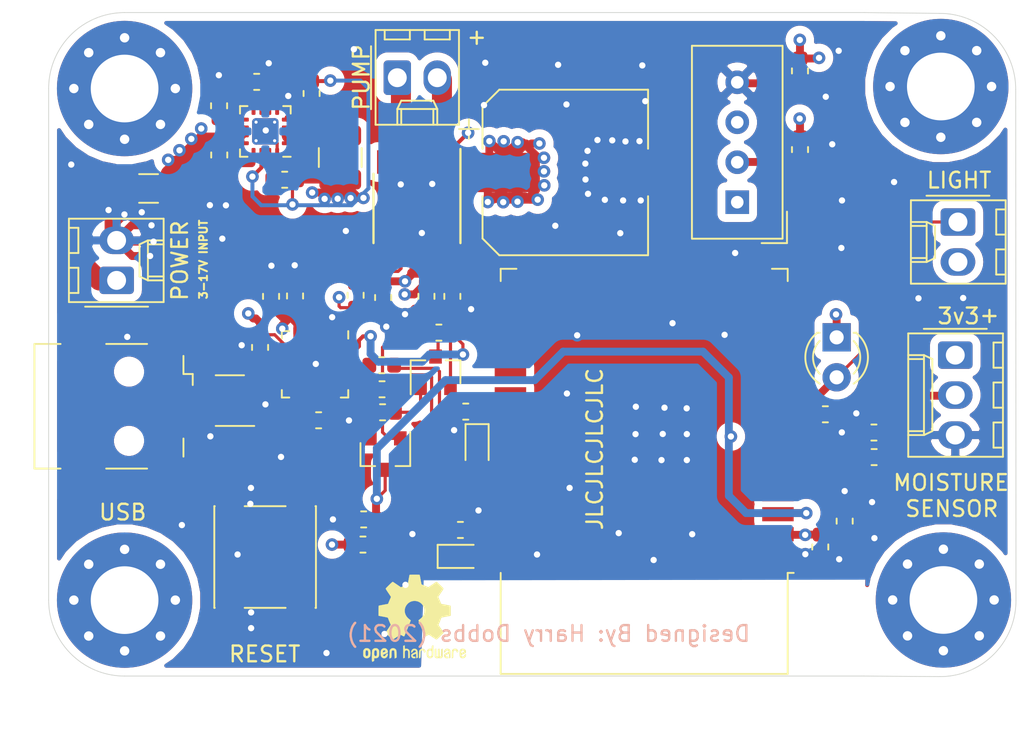
<source format=kicad_pcb>
(kicad_pcb (version 20171130) (host pcbnew 5.1.9-73d0e3b20d~88~ubuntu18.04.1)
  (layers (0 F.Cu signal) (1 GND power) (2 POWER power) (31 B.Cu signal) (34 B.Paste user) (35 F.Paste user) (36 B.SilkS user) (37 F.SilkS user) (38 B.Mask user) (39 F.Mask user) (44 Edge.Cuts user))
  (net 0 "")
  (net 1 GND)
  (net 2 "Net-(U1-Pad36)")
  (net 3 "Net-(U1-Pad32)")
  (net 4 "Net-(U1-Pad31)")
  (net 5 "Net-(U1-Pad30)")
  (net 6 "Net-(U1-Pad29)")
  (net 7 "Net-(U1-Pad26)")
  (net 8 "Net-(U1-Pad24)")
  (net 9 "Net-(U1-Pad23)")
  (net 10 "Net-(U1-Pad22)")
  (net 11 "Net-(U1-Pad21)")
  (net 12 "Net-(U1-Pad20)")
  (net 13 "Net-(U1-Pad19)")
  (net 14 "Net-(U1-Pad18)")
  (net 15 "Net-(U1-Pad17)")
  (net 16 "Net-(U1-Pad16)")
  (net 17 "Net-(U1-Pad13)")
  (net 18 "Net-(U1-Pad12)")
  (net 19 "Net-(U1-Pad11)")
  (net 20 "Net-(U1-Pad10)")
  (net 21 "Net-(U1-Pad9)")
  (net 22 "Net-(U1-Pad5)")
  (net 23 "Net-(U1-Pad4)")
  (net 24 +3V3)
  (net 25 "Net-(C3-Pad1)")
  (net 26 "Net-(C6-Pad1)")
  (net 27 +5V)
  (net 28 "Net-(C14-Pad1)")
  (net 29 "Net-(C18-Pad2)")
  (net 30 "Net-(C19-Pad1)")
  (net 31 RESET)
  (net 32 "Net-(C21-Pad1)")
  (net 33 "Net-(D1-Pad2)")
  (net 34 "Net-(D1-Pad1)")
  (net 35 "Net-(D2-Pad2)")
  (net 36 "Net-(D2-Pad1)")
  (net 37 "Net-(F1-Pad2)")
  (net 38 "Net-(J2-Pad4)")
  (net 39 MOTOR1_NEGATIVE)
  (net 40 MOTOR1_POSITIVE)
  (net 41 "Net-(L1-Pad1)")
  (net 42 GPIO0)
  (net 43 DTR)
  (net 44 "Net-(Q1-Pad1)")
  (net 45 RTS)
  (net 46 "Net-(Q2-Pad1)")
  (net 47 LIGHT_SENSOR)
  (net 48 TEMP_HUMID_SEN)
  (net 49 "Net-(R2-Pad1)")
  (net 50 "Net-(R3-Pad2)")
  (net 51 RX_CP)
  (net 52 "Net-(R4-Pad2)")
  (net 53 TX_CP)
  (net 54 MOISTURE_SENSOR)
  (net 55 IN2)
  (net 56 IN1)
  (net 57 D+)
  (net 58 D-)
  (net 59 "Net-(U4-Pad3)")
  (net 60 "Net-(U5-Pad10)")
  (net 61 "Net-(U5-Pad9)")
  (net 62 "Net-(U5-Pad8)")
  (net 63 "Net-(U5-Pad7)")
  (net 64 "Net-(U5-Pad5)")
  (net 65 "Net-(U6-Pad24)")
  (net 66 "Net-(U6-Pad22)")
  (net 67 "Net-(U6-Pad18)")
  (net 68 "Net-(U6-Pad17)")
  (net 69 "Net-(U6-Pad15)")
  (net 70 "Net-(U6-Pad14)")
  (net 71 "Net-(U6-Pad13)")
  (net 72 "Net-(U6-Pad12)")
  (net 73 "Net-(U6-Pad11)")
  (net 74 "Net-(U6-Pad10)")
  (net 75 "Net-(U6-Pad9)")
  (net 76 "Net-(U6-Pad1)")
  (net 77 "Net-(J2-Pad6)")
  (net 78 USB_D+)
  (net 79 USB_D-)
  (net 80 "Net-(U1-Pad6)")
  (module Capacitor_SMD:C_0603_1608Metric (layer F.Cu) (at 260.39 132.14 90)
    (fp_text reference C1 hide)
    (fp_text value 10u)
    (pad 2 smd roundrect (at 0.7875 0 90) (size 0.875 0.95) (layers F.Cu F.Paste F.Mask) (net 1 GND))
    (pad 1 smd roundrect (at -0.7875 0 90) (size 0.875 0.95) (layers F.Cu F.Paste F.Mask) (net 24 +3V3))
  )
  (module Symbol:OSHW-Logo2_7.3x6mm_SilkScreen (layer F.Cu) (at 233.06 138.3)
    (fp_text reference REF** hide)
    (fp_text value OSHW-Logo2_7.3x6mm_SilkScreen hide)
  )
  (module Connector_Molex:Molex_KK-254_AE-6410-02A_1x02_P2.54mm_Vertical (layer F.Cu) (at 267.59 113.13 270)
    (fp_text reference J5 hide)
    (fp_text value Power)
    (pad 2 thru_hole oval (at 2.54 0 270) (size 1.74 2.2) (drill 1.2) (layers *.Cu *.Mask) (net 24 +3V3))
    (pad 1 thru_hole roundrect (at 0 0 270) (size 1.74 2.2) (drill 1.2) (layers *.Cu *.Mask) (roundrect_rratio 0.143678) (net 47 LIGHT_SENSOR))
  )
  (module Connector_Molex:Molex_KK-254_AE-6410-03A_1x03_P2.54mm_Vertical (layer F.Cu) (at 267.42 121.59 270)
    (fp_text reference J4 hide)
    (fp_text value INPUT)
    (pad 3 thru_hole oval (at 5.08 0 270) (size 1.74 2.2) (drill 1.2) (layers *.Cu *.Mask) (net 1 GND))
    (pad 2 thru_hole oval (at 2.54 0 270) (size 1.74 2.2) (drill 1.2) (layers *.Cu *.Mask) (net 32 "Net-(C21-Pad1)"))
    (pad 1 thru_hole roundrect (at 0 0 270) (size 1.74 2.2) (drill 1.2) (layers *.Cu *.Mask) (roundrect_rratio 0.143678) (net 24 +3V3))
  )
  (module Capacitor_SMD:C_0603_1608Metric (layer F.Cu) (at 258.84 133.7825 270)
    (fp_text reference C2 hide)
    (fp_text value 100n)
    (pad 2 smd roundrect (at 0.7875 0 270) (size 0.875 0.95) (layers F.Cu F.Paste F.Mask) (net 1 GND))
    (pad 1 smd roundrect (at -0.7875 0 270) (size 0.875 0.95) (layers F.Cu F.Paste F.Mask) (net 24 +3V3))
  )
  (module Connector_Molex:Molex_KK-254_AE-6410-02A_1x02_P2.54mm_Vertical (layer F.Cu) (at 214.122 116.84 90)
    (fp_text reference J1 hide)
    (fp_text value Power)
    (pad 2 thru_hole oval (at 2.54 0 90) (size 1.74 2.2) (drill 1.2) (layers *.Cu *.Mask) (net 1 GND))
    (pad 1 thru_hole roundrect (at 0 0 90) (size 1.74 2.2) (drill 1.2) (layers *.Cu *.Mask) (roundrect_rratio 0.143678) (net 37 "Net-(F1-Pad2)"))
  )
  (module Package_TO_SOT_SMD:SOT-23-6 (layer F.Cu) (at 221.32 124.48 180)
    (fp_text reference U3 hide)
    (fp_text value USBLC6-2SC6)
    (pad 5 smd rect (at 1.1 0 180) (size 1.06 0.65) (layers F.Cu F.Paste F.Mask) (net 27 +5V))
    (pad 6 smd rect (at 1.1 -0.95 180) (size 1.06 0.65) (layers F.Cu F.Paste F.Mask) (net 78 USB_D+))
    (pad 4 smd rect (at 1.1 0.95 180) (size 1.06 0.65) (layers F.Cu F.Paste F.Mask) (net 79 USB_D-))
    (pad 3 smd rect (at -1.1 0.95 180) (size 1.06 0.65) (layers F.Cu F.Paste F.Mask) (net 58 D-))
    (pad 2 smd rect (at -1.1 0 180) (size 1.06 0.65) (layers F.Cu F.Paste F.Mask) (net 1 GND))
    (pad 1 smd rect (at -1.1 -0.95 180) (size 1.06 0.65) (layers F.Cu F.Paste F.Mask) (net 57 D+))
  )
  (module Package_DFN_QFN:QFN-24-1EP_4x4mm_P0.5mm_EP2.6x2.6mm (layer F.Cu) (at 226.732 122.174 270)
    (fp_text reference U6 hide)
    (fp_text value CP2104)
    (pad 25 smd roundrect (at 0 0 270) (size 2.6 2.6) (layers F.Cu F.Mask) (roundrect_rratio 0.096154) (net 1 GND))
    (pad 1 smd roundrect (at -1.9375 -1.25 270) (size 0.825 0.25) (layers F.Cu F.Paste F.Mask) (net 76 "Net-(U6-Pad1)"))
    (pad 2 smd roundrect (at -1.9375 -0.75 270) (size 0.825 0.25) (layers F.Cu F.Paste F.Mask) (net 1 GND))
    (pad 3 smd roundrect (at -1.9375 -0.25 270) (size 0.825 0.25) (layers F.Cu F.Paste F.Mask) (net 57 D+))
    (pad 4 smd roundrect (at -1.9375 0.25 270) (size 0.825 0.25) (layers F.Cu F.Paste F.Mask) (net 58 D-))
    (pad 5 smd roundrect (at -1.9375 0.75 270) (size 0.825 0.25) (layers F.Cu F.Paste F.Mask) (net 24 +3V3))
    (pad 6 smd roundrect (at -1.9375 1.25 270) (size 0.825 0.25) (layers F.Cu F.Paste F.Mask) (net 24 +3V3))
    (pad 7 smd roundrect (at -1.25 1.9375 270) (size 0.25 0.825) (layers F.Cu F.Paste F.Mask) (net 24 +3V3))
    (pad 8 smd roundrect (at -0.75 1.9375 270) (size 0.25 0.825) (layers F.Cu F.Paste F.Mask) (net 27 +5V))
    (pad 9 smd roundrect (at -0.25 1.9375 270) (size 0.25 0.825) (layers F.Cu F.Paste F.Mask) (net 75 "Net-(U6-Pad9)"))
    (pad 10 smd roundrect (at 0.25 1.9375 270) (size 0.25 0.825) (layers F.Cu F.Paste F.Mask) (net 74 "Net-(U6-Pad10)"))
    (pad 11 smd roundrect (at 0.75 1.9375 270) (size 0.25 0.825) (layers F.Cu F.Paste F.Mask) (net 73 "Net-(U6-Pad11)"))
    (pad 12 smd roundrect (at 1.25 1.9375 270) (size 0.25 0.825) (layers F.Cu F.Paste F.Mask) (net 72 "Net-(U6-Pad12)"))
    (pad 13 smd roundrect (at 1.9375 1.25 270) (size 0.825 0.25) (layers F.Cu F.Paste F.Mask) (net 71 "Net-(U6-Pad13)"))
    (pad 14 smd roundrect (at 1.9375 0.75 270) (size 0.825 0.25) (layers F.Cu F.Paste F.Mask) (net 70 "Net-(U6-Pad14)"))
    (pad 15 smd roundrect (at 1.9375 0.25 270) (size 0.825 0.25) (layers F.Cu F.Paste F.Mask) (net 69 "Net-(U6-Pad15)"))
    (pad 16 smd roundrect (at 1.9375 -0.25 270) (size 0.825 0.25) (layers F.Cu F.Paste F.Mask) (net 30 "Net-(C19-Pad1)"))
    (pad 17 smd roundrect (at 1.9375 -0.75 270) (size 0.825 0.25) (layers F.Cu F.Paste F.Mask) (net 68 "Net-(U6-Pad17)"))
    (pad 18 smd roundrect (at 1.9375 -1.25 270) (size 0.825 0.25) (layers F.Cu F.Paste F.Mask) (net 67 "Net-(U6-Pad18)"))
    (pad 19 smd roundrect (at 1.25 -1.9375 270) (size 0.25 0.825) (layers F.Cu F.Paste F.Mask) (net 45 RTS))
    (pad 20 smd roundrect (at 0.75 -1.9375 270) (size 0.25 0.825) (layers F.Cu F.Paste F.Mask) (net 51 RX_CP))
    (pad 21 smd roundrect (at 0.25 -1.9375 270) (size 0.25 0.825) (layers F.Cu F.Paste F.Mask) (net 53 TX_CP))
    (pad 22 smd roundrect (at -0.25 -1.9375 270) (size 0.25 0.825) (layers F.Cu F.Paste F.Mask) (net 66 "Net-(U6-Pad22)"))
    (pad 23 smd roundrect (at -0.75 -1.9375 270) (size 0.25 0.825) (layers F.Cu F.Paste F.Mask) (net 43 DTR))
    (pad 24 smd roundrect (at -1.25 -1.9375 270) (size 0.25 0.825) (layers F.Cu F.Paste F.Mask) (net 65 "Net-(U6-Pad24)"))
  )
  (module Connector_USB:USB_Mini-B_Wuerth_65100516121_Horizontal (layer F.Cu) (at 214.91 124.84 270)
    (fp_text reference J2 hide)
    (fp_text value USB_B_Mini)
    (pad "" np_thru_hole circle (at 2.2 0 270) (size 0.9 0.9) (drill 0.9) (layers *.Cu *.Mask))
    (pad "" np_thru_hole circle (at -2.2 0 270) (size 0.9 0.9) (drill 0.9) (layers *.Cu *.Mask))
    (pad 5 smd rect (at 1.6 -2.6 270) (size 0.5 2.5) (layers F.Cu F.Paste F.Mask) (net 1 GND))
    (pad 4 smd rect (at 0.8 -2.6 270) (size 0.5 2.5) (layers F.Cu F.Paste F.Mask) (net 38 "Net-(J2-Pad4)"))
    (pad 3 smd rect (at 0 -2.6 270) (size 0.5 2.5) (layers F.Cu F.Paste F.Mask) (net 78 USB_D+))
    (pad 2 smd rect (at -0.8 -2.6 270) (size 0.5 2.5) (layers F.Cu F.Paste F.Mask) (net 79 USB_D-))
    (pad 1 smd rect (at -1.6 -2.6 270) (size 0.5 2.5) (layers F.Cu F.Paste F.Mask) (net 27 +5V))
    (pad 6 smd rect (at 4.4 -2.6 270) (size 2 2.5) (layers F.Cu F.Paste F.Mask) (net 77 "Net-(J2-Pad6)"))
    (pad 6 smd rect (at -4.4 -2.6 270) (size 2 2.5) (layers F.Cu F.Paste F.Mask) (net 77 "Net-(J2-Pad6)"))
    (pad 6 smd rect (at 4.4 2.9 270) (size 2 2.5) (layers F.Cu F.Paste F.Mask) (net 77 "Net-(J2-Pad6)"))
    (pad 6 smd rect (at -4.4 2.9 270) (size 2 2.5) (layers F.Cu F.Paste F.Mask) (net 77 "Net-(J2-Pad6)"))
  )
  (module Package_SO:TSSOP-16_4.4x5mm_P0.65mm (layer F.Cu) (at 233.172 112.268 270)
    (fp_text reference U5 hide)
    (fp_text value DRV8833PW)
    (pad 16 smd rect (at 2.95 -2.275 270) (size 1.5 0.45) (layers F.Cu F.Paste F.Mask) (net 56 IN1))
    (pad 15 smd rect (at 2.95 -1.625 270) (size 1.5 0.45) (layers F.Cu F.Paste F.Mask) (net 55 IN2))
    (pad 14 smd rect (at 2.95 -0.975 270) (size 1.5 0.45) (layers F.Cu F.Paste F.Mask) (net 28 "Net-(C14-Pad1)"))
    (pad 13 smd rect (at 2.95 -0.325 270) (size 1.5 0.45) (layers F.Cu F.Paste F.Mask) (net 1 GND))
    (pad 12 smd rect (at 2.95 0.325 270) (size 1.5 0.45) (layers F.Cu F.Paste F.Mask) (net 24 +3V3))
    (pad 11 smd rect (at 2.95 0.975 270) (size 1.5 0.45) (layers F.Cu F.Paste F.Mask) (net 29 "Net-(C18-Pad2)"))
    (pad 10 smd rect (at 2.95 1.625 270) (size 1.5 0.45) (layers F.Cu F.Paste F.Mask) (net 60 "Net-(U5-Pad10)"))
    (pad 9 smd rect (at 2.95 2.275 270) (size 1.5 0.45) (layers F.Cu F.Paste F.Mask) (net 61 "Net-(U5-Pad9)"))
    (pad 8 smd rect (at -2.95 2.275 270) (size 1.5 0.45) (layers F.Cu F.Paste F.Mask) (net 62 "Net-(U5-Pad8)"))
    (pad 7 smd rect (at -2.95 1.625 270) (size 1.5 0.45) (layers F.Cu F.Paste F.Mask) (net 63 "Net-(U5-Pad7)"))
    (pad 6 smd rect (at -2.95 0.975 270) (size 1.5 0.45) (layers F.Cu F.Paste F.Mask) (net 1 GND))
    (pad 5 smd rect (at -2.95 0.325 270) (size 1.5 0.45) (layers F.Cu F.Paste F.Mask) (net 64 "Net-(U5-Pad5)"))
    (pad 4 smd rect (at -2.95 -0.325 270) (size 1.5 0.45) (layers F.Cu F.Paste F.Mask) (net 39 MOTOR1_NEGATIVE))
    (pad 3 smd rect (at -2.95 -0.975 270) (size 1.5 0.45) (layers F.Cu F.Paste F.Mask) (net 1 GND))
    (pad 2 smd rect (at -2.95 -1.625 270) (size 1.5 0.45) (layers F.Cu F.Paste F.Mask) (net 40 MOTOR1_POSITIVE))
    (pad 1 smd rect (at -2.95 -2.275 270) (size 1.5 0.45) (layers F.Cu F.Paste F.Mask) (net 24 +3V3))
  )
  (module Sensor:Aosong_DHT11_5.5x12.0_P2.54mm (layer F.Cu) (at 253.564 111.872 180)
    (fp_text reference U4 hide)
    (fp_text value DHT11)
    (pad 4 thru_hole circle (at 0 7.62 180) (size 1.5 1.5) (drill 0.8) (layers *.Cu *.Mask) (net 1 GND))
    (pad 3 thru_hole circle (at 0 5.08 180) (size 1.5 1.5) (drill 0.8) (layers *.Cu *.Mask) (net 59 "Net-(U4-Pad3)"))
    (pad 2 thru_hole circle (at 0 2.54 180) (size 1.5 1.5) (drill 0.8) (layers *.Cu *.Mask) (net 48 TEMP_HUMID_SEN))
    (pad 1 thru_hole rect (at 0 0 180) (size 1.5 1.5) (drill 0.8) (layers *.Cu *.Mask) (net 24 +3V3))
  )
  (module Package_DFN_QFN:VQFN-16-1EP_3x3mm_P0.5mm_EP1.68x1.68mm_ThermalVias (layer F.Cu) (at 223.574 107.374 180)
    (fp_text reference U2 hide)
    (fp_text value TPS62132)
    (pad 16 smd roundrect (at -0.75 -1.4625 180) (size 0.25 0.825) (layers F.Cu F.Paste F.Mask) (net 1 GND))
    (pad 15 smd roundrect (at -0.25 -1.4625 180) (size 0.25 0.825) (layers F.Cu F.Paste F.Mask) (net 1 GND))
    (pad 14 smd roundrect (at 0.25 -1.4625 180) (size 0.25 0.825) (layers F.Cu F.Paste F.Mask) (net 24 +3V3))
    (pad 13 smd roundrect (at 0.75 -1.4625 180) (size 0.25 0.825) (layers F.Cu F.Paste F.Mask) (net 26 "Net-(C6-Pad1)"))
    (pad 12 smd roundrect (at 1.4625 -0.75 180) (size 0.825 0.25) (layers F.Cu F.Paste F.Mask) (net 26 "Net-(C6-Pad1)"))
    (pad 11 smd roundrect (at 1.4625 -0.25 180) (size 0.825 0.25) (layers F.Cu F.Paste F.Mask) (net 26 "Net-(C6-Pad1)"))
    (pad 10 smd roundrect (at 1.4625 0.25 180) (size 0.825 0.25) (layers F.Cu F.Paste F.Mask) (net 26 "Net-(C6-Pad1)"))
    (pad 9 smd roundrect (at 1.4625 0.75 180) (size 0.825 0.25) (layers F.Cu F.Paste F.Mask) (net 25 "Net-(C3-Pad1)"))
    (pad 8 smd roundrect (at 0.75 1.4625 180) (size 0.25 0.825) (layers F.Cu F.Paste F.Mask) (net 1 GND))
    (pad 7 smd roundrect (at 0.25 1.4625 180) (size 0.25 0.825) (layers F.Cu F.Paste F.Mask) (net 1 GND))
    (pad 6 smd roundrect (at -0.25 1.4625 180) (size 0.25 0.825) (layers F.Cu F.Paste F.Mask) (net 1 GND))
    (pad 5 smd roundrect (at -0.75 1.4625 180) (size 0.25 0.825) (layers F.Cu F.Paste F.Mask) (net 1 GND))
    (pad 4 smd roundrect (at -1.4625 0.75 180) (size 0.825 0.25) (layers F.Cu F.Paste F.Mask) (net 49 "Net-(R2-Pad1)"))
    (pad 3 smd roundrect (at -1.4625 0.25 180) (size 0.825 0.25) (layers F.Cu F.Paste F.Mask) (net 41 "Net-(L1-Pad1)"))
    (pad 2 smd roundrect (at -1.4625 -0.25 180) (size 0.825 0.25) (layers F.Cu F.Paste F.Mask) (net 41 "Net-(L1-Pad1)"))
    (pad 1 smd roundrect (at -1.4625 -0.75 180) (size 0.825 0.25) (layers F.Cu F.Paste F.Mask) (net 41 "Net-(L1-Pad1)"))
    (pad 17 smd roundrect (at 0 0 180) (size 1.68 1.68) (layers B.Cu) (roundrect_rratio 0.14881) (net 1 GND))
    (pad 17 thru_hole circle (at 0.59 0.59 180) (size 0.5 0.5) (drill 0.2) (layers *.Cu) (net 1 GND))
    (pad 17 thru_hole circle (at -0.59 0.59 180) (size 0.5 0.5) (drill 0.2) (layers *.Cu) (net 1 GND))
    (pad 17 thru_hole circle (at 0.59 -0.59 180) (size 0.5 0.5) (drill 0.2) (layers *.Cu) (net 1 GND))
    (pad 17 thru_hole circle (at -0.59 -0.59 180) (size 0.5 0.5) (drill 0.2) (layers *.Cu) (net 1 GND))
    (pad 17 smd roundrect (at 0 0 180) (size 1.68 1.68) (layers F.Cu F.Mask) (roundrect_rratio 0.14881) (net 1 GND))
  )
  (module Button_Switch_SMD:SW_Push_1P1T_NO_6x6mm_H9.5mm (layer F.Cu) (at 223.56 134.42 270)
    (fp_text reference SW1 hide)
    (fp_text value SW_Push)
    (pad 2 smd rect (at 3.975 2.25 270) (size 1.55 1.3) (layers F.Cu F.Paste F.Mask) (net 1 GND))
    (pad 1 smd rect (at 3.975 -2.25 270) (size 1.55 1.3) (layers F.Cu F.Paste F.Mask) (net 31 RESET))
    (pad 1 smd rect (at -3.975 -2.25 270) (size 1.55 1.3) (layers F.Cu F.Paste F.Mask) (net 31 RESET))
    (pad 2 smd rect (at -3.975 2.25 270) (size 1.55 1.3) (layers F.Cu F.Paste F.Mask) (net 1 GND))
  )
  (module Resistor_SMD:R_0603_1608Metric (layer F.Cu) (at 259.1625 125.35)
    (fp_text reference R11 hide)
    (fp_text value 3.9k)
    (pad 2 smd roundrect (at 0.7875 0) (size 0.875 0.95) (layers F.Cu F.Paste F.Mask) (net 1 GND))
    (pad 1 smd roundrect (at -0.7875 0) (size 0.875 0.95) (layers F.Cu F.Paste F.Mask) (net 47 LIGHT_SENSOR))
  )
  (module Resistor_SMD:R_0603_1608Metric (layer F.Cu) (at 262.2625 128.07)
    (fp_text reference R10 hide)
    (fp_text value 10k)
    (pad 2 smd roundrect (at 0.7875 0) (size 0.875 0.95) (layers F.Cu F.Paste F.Mask) (net 32 "Net-(C21-Pad1)"))
    (pad 1 smd roundrect (at -0.7875 0) (size 0.875 0.95) (layers F.Cu F.Paste F.Mask) (net 54 MOISTURE_SENSOR))
  )
  (module Resistor_SMD:R_0603_1608Metric (layer F.Cu) (at 229.7775 133.63)
    (fp_text reference R9 hide)
    (fp_text value 10k)
    (pad 2 smd roundrect (at 0.7875 0) (size 0.875 0.95) (layers F.Cu F.Paste F.Mask) (net 31 RESET))
    (pad 1 smd roundrect (at -0.7875 0) (size 0.875 0.95) (layers F.Cu F.Paste F.Mask) (net 24 +3V3))
  )
  (module Resistor_SMD:R_0603_1608Metric (layer F.Cu) (at 234.6025 120.16)
    (fp_text reference R8 hide)
    (fp_text value 10k)
    (pad 2 smd roundrect (at 0.7875 0) (size 0.875 0.95) (layers F.Cu F.Paste F.Mask) (net 43 DTR))
    (pad 1 smd roundrect (at -0.7875 0) (size 0.875 0.95) (layers F.Cu F.Paste F.Mask) (net 46 "Net-(Q2-Pad1)"))
  )
  (module Resistor_SMD:R_0603_1608Metric (layer F.Cu) (at 235.97 132.7 180)
    (fp_text reference R7 hide)
    (fp_text value 220)
    (pad 2 smd roundrect (at 0.7875 0 180) (size 0.875 0.95) (layers F.Cu F.Paste F.Mask) (net 36 "Net-(D2-Pad1)"))
    (pad 1 smd roundrect (at -0.7875 0 180) (size 0.875 0.95) (layers F.Cu F.Paste F.Mask) (net 1 GND))
  )
  (module Resistor_SMD:R_0603_1608Metric (layer F.Cu) (at 236.31 125.18)
    (fp_text reference R6 hide)
    (fp_text value 220)
    (pad 2 smd roundrect (at 0.7875 0) (size 0.875 0.95) (layers F.Cu F.Paste F.Mask) (net 34 "Net-(D1-Pad1)"))
    (pad 1 smd roundrect (at -0.7875 0) (size 0.875 0.95) (layers F.Cu F.Paste F.Mask) (net 1 GND))
  )
  (module Resistor_SMD:R_0603_1608Metric (layer F.Cu) (at 231.0245 125.222 180)
    (fp_text reference R5 hide)
    (fp_text value 10k)
    (pad 2 smd roundrect (at 0.7875 0 180) (size 0.875 0.95) (layers F.Cu F.Paste F.Mask) (net 45 RTS))
    (pad 1 smd roundrect (at -0.7875 0 180) (size 0.875 0.95) (layers F.Cu F.Paste F.Mask) (net 44 "Net-(Q1-Pad1)"))
  )
  (module Resistor_SMD:R_0603_1608Metric (layer F.Cu) (at 230.97 122.23)
    (fp_text reference R4 hide)
    (fp_text value 0)
    (pad 2 smd roundrect (at 0.7875 0) (size 0.875 0.95) (layers F.Cu F.Paste F.Mask) (net 52 "Net-(R4-Pad2)"))
    (pad 1 smd roundrect (at -0.7875 0) (size 0.875 0.95) (layers F.Cu F.Paste F.Mask) (net 53 TX_CP))
  )
  (module Resistor_SMD:R_0603_1608Metric (layer F.Cu) (at 230.99 123.76)
    (fp_text reference R3 hide)
    (fp_text value 0)
    (pad 2 smd roundrect (at 0.7875 0) (size 0.875 0.95) (layers F.Cu F.Paste F.Mask) (net 50 "Net-(R3-Pad2)"))
    (pad 1 smd roundrect (at -0.7875 0) (size 0.875 0.95) (layers F.Cu F.Paste F.Mask) (net 51 RX_CP))
  )
  (module Resistor_SMD:R_0603_1608Metric (layer F.Cu) (at 226.514 104.964 90)
    (fp_text reference R2 hide)
    (fp_text value 100k)
    (pad 2 smd roundrect (at 0.7875 0 90) (size 0.875 0.95) (layers F.Cu F.Paste F.Mask) (net 24 +3V3))
    (pad 1 smd roundrect (at -0.7875 0 90) (size 0.875 0.95) (layers F.Cu F.Paste F.Mask) (net 49 "Net-(R2-Pad1)"))
  )
  (module Resistor_SMD:R_0603_1608Metric (layer F.Cu) (at 257.552 108.528 270)
    (fp_text reference R1 hide)
    (fp_text value 10k)
    (pad 2 smd roundrect (at 0.7875 0 270) (size 0.875 0.95) (layers F.Cu F.Paste F.Mask) (net 48 TEMP_HUMID_SEN))
    (pad 1 smd roundrect (at -0.7875 0 270) (size 0.875 0.95) (layers F.Cu F.Paste F.Mask) (net 24 +3V3))
  )
  (module LED_THT:LED_D3.0mm_Clear (layer F.Cu) (at 259.88 120.46 270)
    (fp_text reference Q3 hide)
    (fp_text value TEPT4400)
    (pad 2 thru_hole circle (at 2.54 0 270) (size 1.8 1.8) (drill 0.9) (layers *.Cu *.Mask) (net 47 LIGHT_SENSOR))
    (pad 1 thru_hole rect (at 0 0 270) (size 1.8 1.8) (drill 0.9) (layers *.Cu *.Mask) (net 24 +3V3))
  )
  (module Package_TO_SOT_SMD:SOT-23 (layer F.Cu) (at 231.2 127.88 270)
    (fp_text reference Q2 hide)
    (fp_text value BC847)
    (pad 3 smd rect (at 1 0 270) (size 0.9 0.8) (layers F.Cu F.Paste F.Mask) (net 31 RESET))
    (pad 2 smd rect (at -1 0.95 270) (size 0.9 0.8) (layers F.Cu F.Paste F.Mask) (net 45 RTS))
    (pad 1 smd rect (at -1 -0.95 270) (size 0.9 0.8) (layers F.Cu F.Paste F.Mask) (net 46 "Net-(Q2-Pad1)"))
  )
  (module Package_TO_SOT_SMD:SOT-23 (layer F.Cu) (at 234.39 122.68 90)
    (fp_text reference Q1 hide)
    (fp_text value BC847)
    (pad 3 smd rect (at 1 0 90) (size 0.9 0.8) (layers F.Cu F.Paste F.Mask) (net 42 GPIO0))
    (pad 2 smd rect (at -1 0.95 90) (size 0.9 0.8) (layers F.Cu F.Paste F.Mask) (net 43 DTR))
    (pad 1 smd rect (at -1 -0.95 90) (size 0.9 0.8) (layers F.Cu F.Paste F.Mask) (net 44 "Net-(Q1-Pad1)"))
  )
  (module Inductor_SMD:L_1210_3225Metric (layer F.Cu) (at 228.334 109.034 270)
    (fp_text reference L1 hide)
    (fp_text value 2.2u)
    (pad 2 smd roundrect (at 1.4 0 270) (size 1.25 2.65) (layers F.Cu F.Paste F.Mask) (roundrect_rratio 0.2) (net 24 +3V3))
    (pad 1 smd roundrect (at -1.4 0 270) (size 1.25 2.65) (layers F.Cu F.Paste F.Mask) (roundrect_rratio 0.2) (net 41 "Net-(L1-Pad1)"))
  )
  (module Connector_Molex:Molex_KK-254_AE-6410-02A_1x02_P2.54mm_Vertical (layer F.Cu) (at 231.96 103.96)
    (fp_text reference J3 hide)
    (fp_text value MOTOR)
    (pad 2 thru_hole oval (at 2.54 0) (size 1.74 2.2) (drill 1.2) (layers *.Cu *.Mask) (net 40 MOTOR1_POSITIVE))
    (pad 1 thru_hole roundrect (at 0 0) (size 1.74 2.2) (drill 1.2) (layers *.Cu *.Mask) (roundrect_rratio 0.143678) (net 39 MOTOR1_NEGATIVE))
  )
  (module MountingHole:MountingHole_4.3mm_M4_Pad_Via (layer F.Cu) (at 214.63 137.16)
    (fp_text reference H4 hide)
    (fp_text value BL)
    (pad 1 thru_hole circle (at 2.280419 -2.280419) (size 0.9 0.9) (drill 0.6) (layers *.Cu *.Mask))
    (pad 1 thru_hole circle (at 0 -3.225) (size 0.9 0.9) (drill 0.6) (layers *.Cu *.Mask))
    (pad 1 thru_hole circle (at -2.280419 -2.280419) (size 0.9 0.9) (drill 0.6) (layers *.Cu *.Mask))
    (pad 1 thru_hole circle (at -3.225 0) (size 0.9 0.9) (drill 0.6) (layers *.Cu *.Mask))
    (pad 1 thru_hole circle (at -2.280419 2.280419) (size 0.9 0.9) (drill 0.6) (layers *.Cu *.Mask))
    (pad 1 thru_hole circle (at 0 3.225) (size 0.9 0.9) (drill 0.6) (layers *.Cu *.Mask))
    (pad 1 thru_hole circle (at 2.280419 2.280419) (size 0.9 0.9) (drill 0.6) (layers *.Cu *.Mask))
    (pad 1 thru_hole circle (at 3.225 0) (size 0.9 0.9) (drill 0.6) (layers *.Cu *.Mask))
    (pad 1 thru_hole circle (at 0 0) (size 8.6 8.6) (drill 4.3) (layers *.Cu *.Mask))
  )
  (module MountingHole:MountingHole_4.3mm_M4_Pad_Via (layer F.Cu) (at 266.5 104.52)
    (fp_text reference H3 hide)
    (fp_text value BR)
    (pad 1 thru_hole circle (at 2.280419 -2.280419) (size 0.9 0.9) (drill 0.6) (layers *.Cu *.Mask))
    (pad 1 thru_hole circle (at 0 -3.225) (size 0.9 0.9) (drill 0.6) (layers *.Cu *.Mask))
    (pad 1 thru_hole circle (at -2.280419 -2.280419) (size 0.9 0.9) (drill 0.6) (layers *.Cu *.Mask))
    (pad 1 thru_hole circle (at -3.225 0) (size 0.9 0.9) (drill 0.6) (layers *.Cu *.Mask))
    (pad 1 thru_hole circle (at -2.280419 2.280419) (size 0.9 0.9) (drill 0.6) (layers *.Cu *.Mask))
    (pad 1 thru_hole circle (at 0 3.225) (size 0.9 0.9) (drill 0.6) (layers *.Cu *.Mask))
    (pad 1 thru_hole circle (at 2.280419 2.280419) (size 0.9 0.9) (drill 0.6) (layers *.Cu *.Mask))
    (pad 1 thru_hole circle (at 3.225 0) (size 0.9 0.9) (drill 0.6) (layers *.Cu *.Mask))
    (pad 1 thru_hole circle (at 0 0) (size 8.6 8.6) (drill 4.3) (layers *.Cu *.Mask))
  )
  (module MountingHole:MountingHole_4.3mm_M4_Pad_Via (layer F.Cu) (at 214.63 104.648)
    (fp_text reference H2 hide)
    (fp_text value TL)
    (pad 1 thru_hole circle (at 2.280419 -2.280419) (size 0.9 0.9) (drill 0.6) (layers *.Cu *.Mask))
    (pad 1 thru_hole circle (at 0 -3.225) (size 0.9 0.9) (drill 0.6) (layers *.Cu *.Mask))
    (pad 1 thru_hole circle (at -2.280419 -2.280419) (size 0.9 0.9) (drill 0.6) (layers *.Cu *.Mask))
    (pad 1 thru_hole circle (at -3.225 0) (size 0.9 0.9) (drill 0.6) (layers *.Cu *.Mask))
    (pad 1 thru_hole circle (at -2.280419 2.280419) (size 0.9 0.9) (drill 0.6) (layers *.Cu *.Mask))
    (pad 1 thru_hole circle (at 0 3.225) (size 0.9 0.9) (drill 0.6) (layers *.Cu *.Mask))
    (pad 1 thru_hole circle (at 2.280419 2.280419) (size 0.9 0.9) (drill 0.6) (layers *.Cu *.Mask))
    (pad 1 thru_hole circle (at 3.225 0) (size 0.9 0.9) (drill 0.6) (layers *.Cu *.Mask))
    (pad 1 thru_hole circle (at 0 0) (size 8.6 8.6) (drill 4.3) (layers *.Cu *.Mask))
  )
  (module MountingHole:MountingHole_4.3mm_M4_Pad_Via (layer F.Cu) (at 266.665 137.15)
    (fp_text reference H1 hide)
    (fp_text value TR)
    (pad 1 thru_hole circle (at 2.280419 -2.280419) (size 0.9 0.9) (drill 0.6) (layers *.Cu *.Mask))
    (pad 1 thru_hole circle (at 0 -3.225) (size 0.9 0.9) (drill 0.6) (layers *.Cu *.Mask))
    (pad 1 thru_hole circle (at -2.280419 -2.280419) (size 0.9 0.9) (drill 0.6) (layers *.Cu *.Mask))
    (pad 1 thru_hole circle (at -3.225 0) (size 0.9 0.9) (drill 0.6) (layers *.Cu *.Mask))
    (pad 1 thru_hole circle (at -2.280419 2.280419) (size 0.9 0.9) (drill 0.6) (layers *.Cu *.Mask))
    (pad 1 thru_hole circle (at 0 3.225) (size 0.9 0.9) (drill 0.6) (layers *.Cu *.Mask))
    (pad 1 thru_hole circle (at 2.280419 2.280419) (size 0.9 0.9) (drill 0.6) (layers *.Cu *.Mask))
    (pad 1 thru_hole circle (at 3.225 0) (size 0.9 0.9) (drill 0.6) (layers *.Cu *.Mask))
    (pad 1 thru_hole circle (at 0 0) (size 8.6 8.6) (drill 4.3) (layers *.Cu *.Mask))
  )
  (module Fuse:Fuse_1206_3216Metric (layer F.Cu) (at 216.154 110.998 180)
    (fp_text reference F1 hide)
    (fp_text value 3A)
    (pad 2 smd roundrect (at 1.4 0 180) (size 1.25 1.75) (layers F.Cu F.Paste F.Mask) (roundrect_rratio 0.2) (net 37 "Net-(F1-Pad2)"))
    (pad 1 smd roundrect (at -1.4 0 180) (size 1.25 1.75) (layers F.Cu F.Paste F.Mask) (roundrect_rratio 0.2) (net 26 "Net-(C6-Pad1)"))
  )
  (module LED_SMD:LED_0603_1608Metric (layer F.Cu) (at 236.01 134.38)
    (fp_text reference D2 hide)
    (fp_text value RED)
    (pad 2 smd roundrect (at 0.7875 0) (size 0.875 0.95) (layers F.Cu F.Paste F.Mask) (net 35 "Net-(D2-Pad2)"))
    (pad 1 smd roundrect (at -0.7875 0) (size 0.875 0.95) (layers F.Cu F.Paste F.Mask) (net 36 "Net-(D2-Pad1)"))
  )
  (module LED_SMD:LED_0603_1608Metric (layer F.Cu) (at 237.03 127.46 270)
    (fp_text reference D1 hide)
    (fp_text value RED)
    (pad 2 smd roundrect (at 0.7875 0 270) (size 0.875 0.95) (layers F.Cu F.Paste F.Mask) (net 33 "Net-(D1-Pad2)"))
    (pad 1 smd roundrect (at -0.7875 0 270) (size 0.875 0.95) (layers F.Cu F.Paste F.Mask) (net 34 "Net-(D1-Pad1)"))
  )
  (module Capacitor_SMD:C_0603_1608Metric (layer F.Cu) (at 262.25 126.51 180)
    (fp_text reference C21 hide)
    (fp_text value 100n)
    (pad 2 smd roundrect (at 0.7875 0 180) (size 0.875 0.95) (layers F.Cu F.Paste F.Mask) (net 1 GND))
    (pad 1 smd roundrect (at -0.7875 0 180) (size 0.875 0.95) (layers F.Cu F.Paste F.Mask) (net 32 "Net-(C21-Pad1)"))
  )
  (module Capacitor_SMD:C_0603_1608Metric (layer F.Cu) (at 229.8225 132.03 180)
    (fp_text reference C20 hide)
    (fp_text value 10u)
    (pad 2 smd roundrect (at 0.7875 0 180) (size 0.875 0.95) (layers F.Cu F.Paste F.Mask) (net 1 GND))
    (pad 1 smd roundrect (at -0.7875 0 180) (size 0.875 0.95) (layers F.Cu F.Paste F.Mask) (net 31 RESET))
  )
  (module Capacitor_SMD:C_0603_1608Metric (layer F.Cu) (at 226.9605 125.73)
    (fp_text reference C19 hide)
    (fp_text value 4.7u)
    (pad 2 smd roundrect (at 0.7875 0) (size 0.875 0.95) (layers F.Cu F.Paste F.Mask) (net 1 GND))
    (pad 1 smd roundrect (at -0.7875 0) (size 0.875 0.95) (layers F.Cu F.Paste F.Mask) (net 30 "Net-(C19-Pad1)"))
  )
  (module Capacitor_SMD:C_0603_1608Metric (layer F.Cu) (at 229.31 117.7875 90)
    (fp_text reference C18 hide)
    (fp_text value 10n)
    (pad 2 smd roundrect (at 0.7875 0 90) (size 0.875 0.95) (layers F.Cu F.Paste F.Mask) (net 29 "Net-(C18-Pad2)"))
    (pad 1 smd roundrect (at -0.7875 0 90) (size 0.875 0.95) (layers F.Cu F.Paste F.Mask) (net 24 +3V3))
  )
  (module Capacitor_SMD:CP_Elec_10x10 (layer F.Cu) (at 242.636 109.982)
    (fp_text reference C17 hide)
    (fp_text value 1000u)
    (pad 2 smd roundrect (at 4 0) (size 4 2.5) (layers F.Cu F.Paste F.Mask) (roundrect_rratio 0.1) (net 1 GND))
    (pad 1 smd roundrect (at -4 0) (size 4 2.5) (layers F.Cu F.Paste F.Mask) (roundrect_rratio 0.1) (net 24 +3V3))
  )
  (module Capacitor_SMD:C_0603_1608Metric (layer F.Cu) (at 231.06 117.93 270)
    (fp_text reference C16 hide)
    (fp_text value 10u)
    (pad 2 smd roundrect (at 0.7875 0 270) (size 0.875 0.95) (layers F.Cu F.Paste F.Mask) (net 1 GND))
    (pad 1 smd roundrect (at -0.7875 0 270) (size 0.875 0.95) (layers F.Cu F.Paste F.Mask) (net 24 +3V3))
  )
  (module Capacitor_SMD:C_0603_1608Metric (layer F.Cu) (at 233.81 117.8525 270)
    (fp_text reference C15 hide)
    (fp_text value 1u)
    (pad 2 smd roundrect (at 0.7875 0 270) (size 0.875 0.95) (layers F.Cu F.Paste F.Mask) (net 1 GND))
    (pad 1 smd roundrect (at -0.7875 0 270) (size 0.875 0.95) (layers F.Cu F.Paste F.Mask) (net 24 +3V3))
  )
  (module Capacitor_SMD:C_0603_1608Metric (layer F.Cu) (at 235.458 117.856 270)
    (fp_text reference C14 hide)
    (fp_text value 2.2u)
    (pad 2 smd roundrect (at 0.7875 0 270) (size 0.875 0.95) (layers F.Cu F.Paste F.Mask) (net 1 GND))
    (pad 1 smd roundrect (at -0.7875 0 270) (size 0.875 0.95) (layers F.Cu F.Paste F.Mask) (net 28 "Net-(C14-Pad1)"))
  )
  (module Capacitor_SMD:C_0603_1608Metric (layer F.Cu) (at 223.938 117.856 90)
    (fp_text reference C13 hide)
    (fp_text value 100n)
    (pad 2 smd roundrect (at 0.7875 0 90) (size 0.875 0.95) (layers F.Cu F.Paste F.Mask) (net 1 GND))
    (pad 1 smd roundrect (at -0.7875 0 90) (size 0.875 0.95) (layers F.Cu F.Paste F.Mask) (net 24 +3V3))
  )
  (module Capacitor_SMD:C_0603_1608Metric (layer F.Cu) (at 223.24 121.1 270)
    (fp_text reference C11 hide)
    (fp_text value 100n)
    (pad 2 smd roundrect (at 0.7875 0 270) (size 0.875 0.95) (layers F.Cu F.Paste F.Mask) (net 1 GND))
    (pad 1 smd roundrect (at -0.7875 0 270) (size 0.875 0.95) (layers F.Cu F.Paste F.Mask) (net 24 +3V3))
  )
  (module Capacitor_SMD:C_0603_1608Metric (layer F.Cu) (at 225.462 117.8305 90)
    (fp_text reference C10 hide)
    (fp_text value 100n)
    (pad 2 smd roundrect (at 0.7875 0 90) (size 0.875 0.95) (layers F.Cu F.Paste F.Mask) (net 1 GND))
    (pad 1 smd roundrect (at -0.7875 0 90) (size 0.875 0.95) (layers F.Cu F.Paste F.Mask) (net 24 +3V3))
  )
  (module Capacitor_SMD:C_0603_1608Metric (layer F.Cu) (at 220.634 105.744 90)
    (fp_text reference C7 hide)
    (fp_text value 0.1u)
    (pad 2 smd roundrect (at 0.7875 0 90) (size 0.875 0.95) (layers F.Cu F.Paste F.Mask) (net 1 GND))
    (pad 1 smd roundrect (at -0.7875 0 90) (size 0.875 0.95) (layers F.Cu F.Paste F.Mask) (net 26 "Net-(C6-Pad1)"))
  )
  (module Capacitor_SMD:C_0603_1608Metric (layer F.Cu) (at 220.644 108.8715 270)
    (fp_text reference C6 hide)
    (fp_text value 10u)
    (pad 2 smd roundrect (at 0.7875 0 270) (size 0.875 0.95) (layers F.Cu F.Paste F.Mask) (net 1 GND))
    (pad 1 smd roundrect (at -0.7875 0 270) (size 0.875 0.95) (layers F.Cu F.Paste F.Mask) (net 26 "Net-(C6-Pad1)"))
  )
  (module Capacitor_SMD:C_0603_1608Metric (layer F.Cu) (at 257.55 103.5275 270)
    (fp_text reference C5 hide)
    (fp_text value 100n)
    (pad 2 smd roundrect (at 0.7875 0 270) (size 0.875 0.95) (layers F.Cu F.Paste F.Mask) (net 1 GND))
    (pad 1 smd roundrect (at -0.7875 0 270) (size 0.875 0.95) (layers F.Cu F.Paste F.Mask) (net 24 +3V3))
  )
  (module Capacitor_SMD:C_0603_1608Metric (layer F.Cu) (at 224.804 110.444 180)
    (fp_text reference C4 hide)
    (fp_text value 22u)
    (pad 2 smd roundrect (at 0.7875 0 180) (size 0.875 0.95) (layers F.Cu F.Paste F.Mask) (net 1 GND))
    (pad 1 smd roundrect (at -0.7875 0 180) (size 0.875 0.95) (layers F.Cu F.Paste F.Mask) (net 24 +3V3))
  )
  (module Capacitor_SMD:C_0603_1608Metric (layer F.Cu) (at 223.024 104.224)
    (fp_text reference C3 hide)
    (fp_text value 3.3nF)
    (pad 2 smd roundrect (at 0.7875 0) (size 0.875 0.95) (layers F.Cu F.Paste F.Mask) (net 1 GND))
    (pad 1 smd roundrect (at -0.7875 0) (size 0.875 0.95) (layers F.Cu F.Paste F.Mask) (net 25 "Net-(C3-Pad1)"))
  )
  (module RF_Module:ESP32-WROOM-32 (layer F.Cu) (at 247.65 125.984 180)
    (fp_text reference U1 hide)
    (fp_text value ESP32-WROOM-32D)
    (pad 38 smd rect (at 8.5 -8.255 180) (size 2 0.9) (layers F.Cu F.Paste F.Mask) (net 1 GND))
    (pad 37 smd rect (at 8.5 -6.985 180) (size 2 0.9) (layers F.Cu F.Paste F.Mask) (net 35 "Net-(D2-Pad2)"))
    (pad 36 smd rect (at 8.5 -5.715 180) (size 2 0.9) (layers F.Cu F.Paste F.Mask) (net 2 "Net-(U1-Pad36)"))
    (pad 35 smd rect (at 8.5 -4.445 180) (size 2 0.9) (layers F.Cu F.Paste F.Mask) (net 50 "Net-(R3-Pad2)"))
    (pad 34 smd rect (at 8.5 -3.175 180) (size 2 0.9) (layers F.Cu F.Paste F.Mask) (net 52 "Net-(R4-Pad2)"))
    (pad 33 smd rect (at 8.5 -1.905 180) (size 2 0.9) (layers F.Cu F.Paste F.Mask) (net 33 "Net-(D1-Pad2)"))
    (pad 32 smd rect (at 8.5 -0.635 180) (size 2 0.9) (layers F.Cu F.Paste F.Mask) (net 3 "Net-(U1-Pad32)"))
    (pad 31 smd rect (at 8.5 0.635 180) (size 2 0.9) (layers F.Cu F.Paste F.Mask) (net 4 "Net-(U1-Pad31)"))
    (pad 30 smd rect (at 8.5 1.905 180) (size 2 0.9) (layers F.Cu F.Paste F.Mask) (net 5 "Net-(U1-Pad30)"))
    (pad 29 smd rect (at 8.5 3.175 180) (size 2 0.9) (layers F.Cu F.Paste F.Mask) (net 6 "Net-(U1-Pad29)"))
    (pad 28 smd rect (at 8.5 4.445 180) (size 2 0.9) (layers F.Cu F.Paste F.Mask) (net 55 IN2))
    (pad 27 smd rect (at 8.5 5.715 180) (size 2 0.9) (layers F.Cu F.Paste F.Mask) (net 56 IN1))
    (pad 26 smd rect (at 8.5 6.985 180) (size 2 0.9) (layers F.Cu F.Paste F.Mask) (net 7 "Net-(U1-Pad26)"))
    (pad 25 smd rect (at 8.5 8.255 180) (size 2 0.9) (layers F.Cu F.Paste F.Mask) (net 42 GPIO0))
    (pad 24 smd rect (at 5.715 9.255 270) (size 2 0.9) (layers F.Cu F.Paste F.Mask) (net 8 "Net-(U1-Pad24)"))
    (pad 23 smd rect (at 4.445 9.255 270) (size 2 0.9) (layers F.Cu F.Paste F.Mask) (net 9 "Net-(U1-Pad23)"))
    (pad 22 smd rect (at 3.175 9.255 270) (size 2 0.9) (layers F.Cu F.Paste F.Mask) (net 10 "Net-(U1-Pad22)"))
    (pad 21 smd rect (at 1.905 9.255 270) (size 2 0.9) (layers F.Cu F.Paste F.Mask) (net 11 "Net-(U1-Pad21)"))
    (pad 20 smd rect (at 0.635 9.255 270) (size 2 0.9) (layers F.Cu F.Paste F.Mask) (net 12 "Net-(U1-Pad20)"))
    (pad 19 smd rect (at -0.635 9.255 270) (size 2 0.9) (layers F.Cu F.Paste F.Mask) (net 13 "Net-(U1-Pad19)"))
    (pad 18 smd rect (at -1.905 9.255 270) (size 2 0.9) (layers F.Cu F.Paste F.Mask) (net 14 "Net-(U1-Pad18)"))
    (pad 17 smd rect (at -3.175 9.255 270) (size 2 0.9) (layers F.Cu F.Paste F.Mask) (net 15 "Net-(U1-Pad17)"))
    (pad 16 smd rect (at -4.445 9.255 270) (size 2 0.9) (layers F.Cu F.Paste F.Mask) (net 16 "Net-(U1-Pad16)"))
    (pad 15 smd rect (at -5.715 9.255 270) (size 2 0.9) (layers F.Cu F.Paste F.Mask) (net 1 GND))
    (pad 14 smd rect (at -8.5 8.255 180) (size 2 0.9) (layers F.Cu F.Paste F.Mask) (net 48 TEMP_HUMID_SEN))
    (pad 13 smd rect (at -8.5 6.985 180) (size 2 0.9) (layers F.Cu F.Paste F.Mask) (net 17 "Net-(U1-Pad13)"))
    (pad 12 smd rect (at -8.5 5.715 180) (size 2 0.9) (layers F.Cu F.Paste F.Mask) (net 18 "Net-(U1-Pad12)"))
    (pad 11 smd rect (at -8.5 4.445 180) (size 2 0.9) (layers F.Cu F.Paste F.Mask) (net 19 "Net-(U1-Pad11)"))
    (pad 10 smd rect (at -8.5 3.175 180) (size 2 0.9) (layers F.Cu F.Paste F.Mask) (net 20 "Net-(U1-Pad10)"))
    (pad 9 smd rect (at -8.5 1.905 180) (size 2 0.9) (layers F.Cu F.Paste F.Mask) (net 21 "Net-(U1-Pad9)"))
    (pad 8 smd rect (at -8.5 0.635 180) (size 2 0.9) (layers F.Cu F.Paste F.Mask) (net 47 LIGHT_SENSOR))
    (pad 7 smd rect (at -8.5 -0.635 180) (size 2 0.9) (layers F.Cu F.Paste F.Mask) (net 54 MOISTURE_SENSOR))
    (pad 6 smd rect (at -8.5 -1.905 180) (size 2 0.9) (layers F.Cu F.Paste F.Mask) (net 80 "Net-(U1-Pad6)"))
    (pad 5 smd rect (at -8.5 -3.175 180) (size 2 0.9) (layers F.Cu F.Paste F.Mask) (net 22 "Net-(U1-Pad5)"))
    (pad 4 smd rect (at -8.5 -4.445 180) (size 2 0.9) (layers F.Cu F.Paste F.Mask) (net 23 "Net-(U1-Pad4)"))
    (pad 3 smd rect (at -8.5 -5.715 180) (size 2 0.9) (layers F.Cu F.Paste F.Mask) (net 31 RESET))
    (pad 2 smd rect (at -8.5 -6.985 180) (size 2 0.9) (layers F.Cu F.Paste F.Mask) (net 24 +3V3))
    (pad 1 smd rect (at -8.5 -8.255 180) (size 2 0.9) (layers F.Cu F.Paste F.Mask) (net 1 GND))
    (pad 39 smd rect (at -1 -0.755 180) (size 5 5) (layers F.Cu F.Paste F.Mask) (net 1 GND))
  )
  (gr_text JLCJLCJLCJLC (at 244.51 127.56 90) (layer F.SilkS) (effects (font (size 1 1))))
  (gr_text "Designed By: Harry Dobbs (2021)\n" (at 241.57 139.29) (layer B.SilkS) (effects (font (size 1 1)) (justify mirror)))
  (gr_text "RESET\n" (at 223.53 140.59) (layer F.SilkS) (effects (font (size 1 1))))
  (gr_text LIGHT (at 267.66 110.48) (layer F.SilkS) (effects (font (size 1 1))))
  (gr_text + (at 269.59 119.03) (layer F.SilkS) (effects (font (size 1 1))))
  (gr_text "3v3\n" (at 267.63 119.11) (layer F.SilkS) (effects (font (size 1 1))))
  (gr_text "+\n" (at 237.01 101.35) (layer F.SilkS) (effects (font (size 1 1))))
  (gr_text "USB\n" (at 214.51 131.58) (layer F.SilkS) (effects (font (size 1 1))))
  (gr_text "SENSOR\n\n" (at 267.2 132.16) (layer F.SilkS) (effects (font (size 1 1))))
  (gr_text "MOISTURE\n\n" (at 267.15 130.5) (layer F.SilkS) (effects (font (size 1 1))))
  (gr_text "3-17V INPUT\n\n" (at 220.04 115.51 90) (layer F.SilkS) (effects (font (size 0.5 0.5) (thickness 0.125))))
  (gr_text "POWER " (at 218.14 115.2 90) (layer F.SilkS) (effects (font (size 1 1))))
  (gr_text "PUMP\n" (at 229.68 103.94 90) (layer F.SilkS) (effects (font (size 1 1))))
  (gr_line (start 266.434 99.872) (end 261.62 99.822) (layer Edge.Cuts) (width 0.05))
  (gr_line (start 266.45 142.02) (end 261.62 141.986) (layer Edge.Cuts) (width 0.05))
  (gr_arc (start 266.434 104.698) (end 271.26 104.698) (angle -90) (layer Edge.Cuts) (width 0.05))
  (gr_line (start 271.26 104.698) (end 271.276 137.194) (layer Edge.Cuts) (width 0.05))
  (gr_line (start 214.63 141.986) (end 261.62 141.986) (layer Edge.Cuts) (width 0.05))
  (gr_arc (start 266.45 137.194) (end 266.45 142.02) (angle -90) (layer Edge.Cuts) (width 0.05))
  (gr_line (start 209.804 104.648) (end 209.804 137.16) (layer Edge.Cuts) (width 0.05))
  (gr_arc (start 214.63 137.16) (end 209.804 137.16) (angle -90) (layer Edge.Cuts) (width 0.05))
  (gr_line (start 261.62 99.822) (end 214.63 99.822) (layer Edge.Cuts) (width 0.05))
  (gr_arc (start 214.63 104.648) (end 214.63 99.822) (angle -90) (layer Edge.Cuts) (width 0.05))
  (via (at 222.62 131.04) (size 0.8) (drill 0.4) (layers F.Cu B.Cu) (net 1))
  (via (at 222.66 130.03) (size 0.8) (drill 0.4) (layers F.Cu B.Cu) (net 1))
  (via (at 247.05 128.24) (size 0.8) (drill 0.4) (layers F.Cu B.Cu) (net 1))
  (via (at 248.75 128.26) (size 0.8) (drill 0.4) (layers F.Cu B.Cu) (net 1))
  (via (at 250.36 128.26) (size 0.8) (drill 0.4) (layers F.Cu B.Cu) (net 1))
  (via (at 250.36 126.61) (size 0.8) (drill 0.4) (layers F.Cu B.Cu) (net 1))
  (via (at 248.83 126.6) (size 0.8) (drill 0.4) (layers F.Cu B.Cu) (net 1))
  (via (at 247.1 126.61) (size 0.8) (drill 0.4) (layers F.Cu B.Cu) (net 1))
  (via (at 248.94 124.93) (size 0.8) (drill 0.4) (layers F.Cu B.Cu) (net 1))
  (via (at 247.12 124.87) (size 0.8) (drill 0.4) (layers F.Cu B.Cu) (net 1))
  (via (at 236.65 118.67) (size 0.8) (drill 0.4) (layers F.Cu B.Cu) (net 1))
  (via (at 222.07 120.96) (size 0.8) (drill 0.4) (layers F.Cu B.Cu) (net 1))
  (via (at 223.6 107.31) (size 0.8) (drill 0.4) (layers F.Cu B.Cu) (net 1))
  (segment (start 224.324 109.269) (end 224.0165 109.5765) (width 0.25) (layer F.Cu) (net 1))
  (segment (start 224.324 108.8365) (end 224.324 109.269) (width 0.25) (layer F.Cu) (net 1))
  (segment (start 223.824 109.384) (end 224.0165 109.5765) (width 0.25) (layer F.Cu) (net 1))
  (segment (start 223.824 108.8365) (end 223.824 109.384) (width 0.25) (layer F.Cu) (net 1))
  (segment (start 224.324 108.8365) (end 224.044 109.1165) (width 0.25) (layer F.Cu) (net 1))
  (segment (start 224.0165 109.7115) (end 224.0165 110.444) (width 0.25) (layer F.Cu) (net 1))
  (segment (start 224.044 109.684) (end 224.0165 109.7115) (width 0.25) (layer F.Cu) (net 1))
  (segment (start 224.0165 109.5765) (end 224.0165 109.7115) (width 0.25) (layer F.Cu) (net 1))
  (segment (start 224.324 108.8365) (end 224.194 108.9665) (width 0.25) (layer F.Cu) (net 1))
  (segment (start 223.954 108.9665) (end 223.824 108.8365) (width 0.25) (layer F.Cu) (net 1))
  (segment (start 224.194 108.9665) (end 223.954 108.9665) (width 0.25) (layer F.Cu) (net 1))
  (segment (start 224.194 109.304) (end 224.044 109.454) (width 0.25) (layer F.Cu) (net 1))
  (segment (start 224.194 108.9665) (end 224.194 109.304) (width 0.25) (layer F.Cu) (net 1))
  (segment (start 224.044 109.454) (end 224.044 109.684) (width 0.25) (layer F.Cu) (net 1))
  (segment (start 224.044 109.1165) (end 224.044 109.454) (width 0.25) (layer F.Cu) (net 1))
  (segment (start 224.0165 109.4815) (end 224.044 109.454) (width 0.5) (layer F.Cu) (net 1))
  (segment (start 224.0165 110.444) (end 224.0165 109.4815) (width 0.5) (layer F.Cu) (net 1))
  (segment (start 220.644 109.659) (end 220.644 110.004) (width 0.5) (layer F.Cu) (net 1))
  (segment (start 220.644 109.659) (end 220.644 110.064) (width 0.5) (layer F.Cu) (net 1))
  (via (at 220.62 103.8) (size 0.8) (drill 0.4) (layers F.Cu B.Cu) (net 1))
  (segment (start 220.634 103.814) (end 220.62 103.8) (width 0.2) (layer F.Cu) (net 1))
  (segment (start 220.634 104.9565) (end 220.634 103.814) (width 0.2) (layer F.Cu) (net 1))
  (via (at 223.79 103.04) (size 0.8) (drill 0.4) (layers F.Cu B.Cu) (net 1))
  (segment (start 223.8115 103.0615) (end 223.79 103.04) (width 0.2) (layer F.Cu) (net 1))
  (segment (start 223.8115 104.224) (end 223.8115 103.0615) (width 0.2) (layer F.Cu) (net 1))
  (via (at 225.03 105.12) (size 0.8) (drill 0.4) (layers F.Cu B.Cu) (net 1))
  (segment (start 224.79 105.36) (end 225.03 105.12) (width 0.2) (layer F.Cu) (net 1))
  (segment (start 224.324 105.9115) (end 224.324 105.256) (width 0.2) (layer F.Cu) (net 1))
  (segment (start 224.46 105.12) (end 225.03 105.12) (width 0.2) (layer F.Cu) (net 1))
  (segment (start 224.324 105.256) (end 224.46 105.12) (width 0.2) (layer F.Cu) (net 1))
  (segment (start 223.824 105.9115) (end 223.824 105.226) (width 0.2) (layer F.Cu) (net 1))
  (segment (start 223.93 105.12) (end 224.46 105.12) (width 0.2) (layer F.Cu) (net 1))
  (segment (start 223.824 105.226) (end 223.93 105.12) (width 0.2) (layer F.Cu) (net 1))
  (segment (start 223.324 105.9115) (end 223.324 105.196) (width 0.2) (layer F.Cu) (net 1))
  (segment (start 223.4 105.12) (end 223.93 105.12) (width 0.2) (layer F.Cu) (net 1))
  (segment (start 223.324 105.196) (end 223.4 105.12) (width 0.2) (layer F.Cu) (net 1))
  (segment (start 222.824 105.9115) (end 222.824 105.256) (width 0.2) (layer F.Cu) (net 1))
  (segment (start 222.96 105.12) (end 223.4 105.12) (width 0.2) (layer F.Cu) (net 1))
  (segment (start 222.824 105.256) (end 222.96 105.12) (width 0.2) (layer F.Cu) (net 1))
  (via (at 232.18 110.74) (size 0.8) (drill 0.4) (layers F.Cu B.Cu) (net 1))
  (via (at 234.18 110.71) (size 0.8) (drill 0.4) (layers F.Cu B.Cu) (net 1))
  (via (at 233.52 113.83) (size 0.8) (drill 0.4) (layers F.Cu B.Cu) (net 1))
  (segment (start 232.18 109.335) (end 232.197 109.318) (width 0.2) (layer F.Cu) (net 1))
  (segment (start 232.18 110.74) (end 232.18 109.335) (width 0.2) (layer F.Cu) (net 1))
  (segment (start 234.18 109.351) (end 234.147 109.318) (width 0.2) (layer F.Cu) (net 1))
  (segment (start 234.18 110.71) (end 234.18 109.351) (width 0.2) (layer F.Cu) (net 1))
  (segment (start 233.52 115.195) (end 233.497 115.218) (width 0.2) (layer F.Cu) (net 1))
  (segment (start 233.52 113.83) (end 233.52 115.195) (width 0.2) (layer F.Cu) (net 1))
  (via (at 223.96 115.91) (size 0.8) (drill 0.4) (layers F.Cu B.Cu) (net 1))
  (via (at 225.44 115.88) (size 0.8) (drill 0.4) (layers F.Cu B.Cu) (net 1))
  (segment (start 220.34 109.963) (end 220.644 109.659) (width 1) (layer F.Cu) (net 1))
  (segment (start 220.34 110.95) (end 220.34 109.963) (width 1) (layer F.Cu) (net 1))
  (segment (start 221.18 110.195) (end 220.644 109.659) (width 1) (layer F.Cu) (net 1))
  (segment (start 221.18 110.8) (end 221.18 110.195) (width 1) (layer F.Cu) (net 1))
  (segment (start 214.122 114.3) (end 214.122 113.948) (width 1) (layer F.Cu) (net 1))
  (via (at 235.57 126.36) (size 0.8) (drill 0.4) (layers F.Cu B.Cu) (net 1))
  (via (at 237.12 131.46) (size 0.8) (drill 0.4) (layers F.Cu B.Cu) (net 1))
  (via (at 227.82 119.18) (size 0.8) (drill 0.4) (layers F.Cu B.Cu) (net 1))
  (via (at 220.08 126.75) (size 0.8) (drill 0.4) (layers F.Cu B.Cu) (net 1))
  (segment (start 219.816 126.486) (end 220.08 126.75) (width 0.2) (layer F.Cu) (net 1))
  (segment (start 217.844 126.486) (end 219.816 126.486) (width 0.2) (layer F.Cu) (net 1))
  (segment (start 224.324 108.124) (end 224.164 107.964) (width 0.2) (layer F.Cu) (net 1))
  (segment (start 224.324 108.8365) (end 224.324 108.124) (width 0.2) (layer F.Cu) (net 1))
  (segment (start 222.9975 121.8875) (end 222.07 120.96) (width 0.25) (layer F.Cu) (net 1))
  (segment (start 223.24 121.8875) (end 222.9975 121.8875) (width 0.25) (layer F.Cu) (net 1))
  (via (at 223.58 124.72) (size 0.8) (drill 0.4) (layers F.Cu B.Cu) (net 1))
  (segment (start 223.58 124.48) (end 223.67 124.57) (width 0.2) (layer F.Cu) (net 1))
  (via (at 232.45 118.99) (size 0.8) (drill 0.4) (layers F.Cu B.Cu) (net 1))
  (via (at 231.26 119.78) (size 0.8) (drill 0.4) (layers F.Cu B.Cu) (net 1))
  (segment (start 233.77 118.68) (end 233.81 118.64) (width 0.2) (layer F.Cu) (net 1))
  (segment (start 235.4845 118.67) (end 235.458 118.6435) (width 0.2) (layer F.Cu) (net 1))
  (segment (start 236.65 118.67) (end 235.4845 118.67) (width 0.2) (layer F.Cu) (net 1))
  (via (at 228.89 125.74) (size 0.8) (drill 0.4) (layers F.Cu B.Cu) (net 1))
  (segment (start 228.88 125.73) (end 228.89 125.74) (width 0.5) (layer F.Cu) (net 1))
  (segment (start 227.748 125.73) (end 228.88 125.73) (width 0.5) (layer F.Cu) (net 1))
  (segment (start 223.938 115.932) (end 223.96 115.91) (width 0.5) (layer F.Cu) (net 1))
  (segment (start 223.938 117.0685) (end 223.938 115.932) (width 0.5) (layer F.Cu) (net 1))
  (segment (start 225.462 115.902) (end 225.44 115.88) (width 0.5) (layer F.Cu) (net 1))
  (segment (start 225.462 117.043) (end 225.462 115.902) (width 0.5) (layer F.Cu) (net 1))
  (segment (start 237.12 132.3375) (end 236.7575 132.7) (width 0.5) (layer F.Cu) (net 1))
  (segment (start 237.12 131.46) (end 237.12 132.3375) (width 0.5) (layer F.Cu) (net 1))
  (via (at 226.78 122.15) (size 0.8) (drill 0.4) (layers F.Cu B.Cu) (net 1))
  (segment (start 226.756 122.174) (end 226.78 122.15) (width 0.5) (layer F.Cu) (net 1))
  (segment (start 226.732 122.174) (end 226.756 122.174) (width 0.5) (layer F.Cu) (net 1))
  (via (at 247.35 107.99) (size 0.8) (drill 0.4) (layers F.Cu B.Cu) (net 1))
  (via (at 246.46 108.01) (size 0.8) (drill 0.4) (layers F.Cu B.Cu) (net 1))
  (via (at 245.62 107.94) (size 0.8) (drill 0.4) (layers F.Cu B.Cu) (net 1))
  (via (at 244.68 107.92) (size 0.8) (drill 0.4) (layers F.Cu B.Cu) (net 1))
  (via (at 244.05 108.61) (size 0.8) (drill 0.4) (layers F.Cu B.Cu) (net 1))
  (via (at 243.91 109.42) (size 0.8) (drill 0.4) (layers F.Cu B.Cu) (net 1))
  (via (at 243.92 110.43) (size 0.8) (drill 0.4) (layers F.Cu B.Cu) (net 1))
  (via (at 244.08 111.34) (size 0.8) (drill 0.4) (layers F.Cu B.Cu) (net 1))
  (via (at 245.15 111.72) (size 0.8) (drill 0.4) (layers F.Cu B.Cu) (net 1))
  (via (at 246.31 111.76) (size 0.8) (drill 0.4) (layers F.Cu B.Cu) (net 1))
  (via (at 247.43 111.76) (size 0.8) (drill 0.4) (layers F.Cu B.Cu) (net 1))
  (segment (start 246.636 108.704) (end 247.35 107.99) (width 0.5) (layer F.Cu) (net 1))
  (segment (start 246.636 109.982) (end 246.636 108.704) (width 0.5) (layer F.Cu) (net 1))
  (segment (start 245.62 108.966) (end 246.636 109.982) (width 0.5) (layer F.Cu) (net 1))
  (segment (start 245.62 107.94) (end 245.62 108.966) (width 0.5) (layer F.Cu) (net 1))
  (segment (start 244.68 108.026) (end 246.636 109.982) (width 0.5) (layer F.Cu) (net 1))
  (segment (start 244.68 107.92) (end 244.68 108.026) (width 0.5) (layer F.Cu) (net 1))
  (segment (start 245.264 108.61) (end 246.636 109.982) (width 0.5) (layer F.Cu) (net 1))
  (segment (start 244.05 108.61) (end 245.264 108.61) (width 0.5) (layer F.Cu) (net 1))
  (segment (start 246.188 110.43) (end 246.636 109.982) (width 0.5) (layer F.Cu) (net 1))
  (segment (start 243.92 110.43) (end 246.188 110.43) (width 0.5) (layer F.Cu) (net 1))
  (segment (start 245.278 111.34) (end 246.636 109.982) (width 0.5) (layer F.Cu) (net 1))
  (segment (start 244.08 111.34) (end 245.278 111.34) (width 0.5) (layer F.Cu) (net 1))
  (segment (start 245.15 111.468) (end 246.636 109.982) (width 0.5) (layer F.Cu) (net 1))
  (segment (start 245.15 111.72) (end 245.15 111.468) (width 0.5) (layer F.Cu) (net 1))
  (segment (start 246.31 110.308) (end 246.636 109.982) (width 0.5) (layer F.Cu) (net 1))
  (segment (start 246.31 111.76) (end 246.31 110.308) (width 0.5) (layer F.Cu) (net 1))
  (segment (start 247.43 110.776) (end 246.636 109.982) (width 0.5) (layer F.Cu) (net 1))
  (segment (start 247.43 111.76) (end 247.43 110.776) (width 0.5) (layer F.Cu) (net 1))
  (segment (start 246.074 109.42) (end 246.636 109.982) (width 0.5) (layer F.Cu) (net 1))
  (segment (start 246.46 109.806) (end 246.636 109.982) (width 0.5) (layer F.Cu) (net 1))
  (segment (start 246.46 108.01) (end 246.46 109.806) (width 0.5) (layer F.Cu) (net 1))
  (segment (start 245.62 107.94) (end 245.62 108.34) (width 0.5) (layer F.Cu) (net 1))
  (segment (start 244.54 109.42) (end 244.36 109.42) (width 0.5) (layer F.Cu) (net 1))
  (segment (start 245.62 108.34) (end 244.54 109.42) (width 0.5) (layer F.Cu) (net 1))
  (segment (start 244.36 109.42) (end 246.074 109.42) (width 0.5) (layer F.Cu) (net 1))
  (segment (start 243.91 109.42) (end 244.36 109.42) (width 0.5) (layer F.Cu) (net 1))
  (segment (start 253.627 104.315) (end 253.564 104.252) (width 0.5) (layer F.Cu) (net 1))
  (segment (start 257.55 104.315) (end 253.627 104.315) (width 0.5) (layer F.Cu) (net 1))
  (via (at 220.05 112.06) (size 0.8) (drill 0.4) (layers F.Cu B.Cu) (net 1))
  (via (at 221.07 112.07) (size 0.8) (drill 0.4) (layers F.Cu B.Cu) (net 1))
  (segment (start 221.18 110.93) (end 221.18 110.8) (width 0.5) (layer F.Cu) (net 1))
  (segment (start 220.05 112.06) (end 221.18 110.93) (width 0.5) (layer F.Cu) (net 1))
  (segment (start 220.34 111.34) (end 220.34 110.95) (width 0.5) (layer F.Cu) (net 1))
  (segment (start 221.07 112.07) (end 220.34 111.34) (width 0.5) (layer F.Cu) (net 1))
  (segment (start 220.05 111.24) (end 220.34 110.95) (width 0.5) (layer F.Cu) (net 1))
  (segment (start 220.05 112.06) (end 220.05 111.24) (width 0.5) (layer F.Cu) (net 1))
  (via (at 216.34 113.34) (size 0.8) (drill 0.4) (layers F.Cu B.Cu) (net 1))
  (via (at 216.47 114.38) (size 0.8) (drill 0.4) (layers F.Cu B.Cu) (net 1))
  (via (at 216.25 115.29) (size 0.8) (drill 0.4) (layers F.Cu B.Cu) (net 1))
  (via (at 215.72 112.51) (size 0.8) (drill 0.4) (layers F.Cu B.Cu) (net 1))
  (via (at 214.62 112.65) (size 0.8) (drill 0.4) (layers F.Cu B.Cu) (net 1))
  (via (at 213.61 112.37) (size 0.8) (drill 0.4) (layers F.Cu B.Cu) (net 1))
  (segment (start 215.112 115.29) (end 214.122 114.3) (width 0.5) (layer F.Cu) (net 1))
  (segment (start 216.25 115.29) (end 215.112 115.29) (width 0.5) (layer F.Cu) (net 1))
  (segment (start 215.082 113.34) (end 214.122 114.3) (width 0.5) (layer F.Cu) (net 1))
  (segment (start 216.34 113.34) (end 215.082 113.34) (width 0.5) (layer F.Cu) (net 1))
  (segment (start 215.72 112.702) (end 214.122 114.3) (width 0.5) (layer F.Cu) (net 1))
  (segment (start 215.72 112.51) (end 215.72 112.702) (width 0.5) (layer F.Cu) (net 1))
  (segment (start 214.61 113.812) (end 214.122 114.3) (width 0.5) (layer F.Cu) (net 1))
  (segment (start 213.61 113.788) (end 214.122 114.3) (width 0.5) (layer F.Cu) (net 1))
  (segment (start 213.61 112.37) (end 213.61 113.788) (width 0.5) (layer F.Cu) (net 1))
  (segment (start 214.202 114.38) (end 214.122 114.3) (width 0.5) (layer F.Cu) (net 1))
  (segment (start 216.47 114.38) (end 214.202 114.38) (width 0.5) (layer F.Cu) (net 1))
  (via (at 253.43 115.1) (size 0.8) (drill 0.4) (layers F.Cu B.Cu) (net 1))
  (segment (start 253.365 115.165) (end 253.43 115.1) (width 0.5) (layer F.Cu) (net 1))
  (segment (start 253.365 116.729) (end 253.365 115.165) (width 0.5) (layer F.Cu) (net 1))
  (via (at 240.84 134.26) (size 0.8) (drill 0.4) (layers F.Cu B.Cu) (net 1))
  (segment (start 239.171 134.26) (end 239.15 134.239) (width 0.5) (layer F.Cu) (net 1))
  (segment (start 240.84 134.26) (end 239.171 134.26) (width 0.5) (layer F.Cu) (net 1))
  (via (at 222.67 137.94) (size 0.8) (drill 0.4) (layers F.Cu B.Cu) (net 1))
  (via (at 222.67 138.94) (size 0.8) (drill 0.4) (layers F.Cu B.Cu) (net 1))
  (via (at 227.87 132.03) (size 0.8) (drill 0.4) (layers F.Cu B.Cu) (net 1))
  (segment (start 229.035 132.03) (end 227.87 132.03) (width 0.5) (layer F.Cu) (net 1))
  (via (at 250.35 124.97) (size 0.8) (drill 0.4) (layers F.Cu B.Cu) (net 1))
  (segment (start 235.5225 126.3125) (end 235.57 126.36) (width 0.5) (layer F.Cu) (net 1))
  (segment (start 235.5225 125.18) (end 235.5225 126.3125) (width 0.5) (layer F.Cu) (net 1))
  (via (at 260.21 126.5) (size 0.8) (drill 0.4) (layers F.Cu B.Cu) (net 1))
  (segment (start 261.4525 126.5) (end 261.4625 126.51) (width 0.5) (layer F.Cu) (net 1))
  (segment (start 260.21 126.5) (end 261.4525 126.5) (width 0.5) (layer F.Cu) (net 1))
  (via (at 257.89 134.24) (size 0.8) (drill 0.4) (layers F.Cu B.Cu) (net 1))
  (segment (start 257.889 134.239) (end 257.89 134.24) (width 0.5) (layer F.Cu) (net 1))
  (segment (start 256.15 134.239) (end 257.889 134.239) (width 0.5) (layer F.Cu) (net 1))
  (via (at 260.04 134.56) (size 0.8) (drill 0.4) (layers F.Cu B.Cu) (net 1))
  (segment (start 258.85 134.56) (end 258.84 134.57) (width 0.5) (layer F.Cu) (net 1))
  (segment (start 260.04 134.56) (end 258.85 134.56) (width 0.5) (layer F.Cu) (net 1))
  (via (at 261.13 125.29) (size 0.8) (drill 0.4) (layers F.Cu B.Cu) (net 1))
  (segment (start 261.07 125.35) (end 261.13 125.29) (width 0.5) (layer F.Cu) (net 1))
  (segment (start 259.95 125.35) (end 261.07 125.35) (width 0.5) (layer F.Cu) (net 1))
  (segment (start 221.765 137.94) (end 221.31 138.395) (width 0.5) (layer F.Cu) (net 1))
  (segment (start 222.67 137.94) (end 221.765 137.94) (width 0.5) (layer F.Cu) (net 1))
  (segment (start 221.855 138.94) (end 221.31 138.395) (width 0.5) (layer F.Cu) (net 1))
  (segment (start 222.67 138.94) (end 221.855 138.94) (width 0.5) (layer F.Cu) (net 1))
  (segment (start 221.905 131.04) (end 221.31 130.445) (width 0.5) (layer F.Cu) (net 1))
  (segment (start 222.62 131.04) (end 221.905 131.04) (width 0.5) (layer F.Cu) (net 1))
  (segment (start 221.725 130.03) (end 221.31 130.445) (width 0.5) (layer F.Cu) (net 1))
  (segment (start 222.66 130.03) (end 221.725 130.03) (width 0.5) (layer F.Cu) (net 1))
  (via (at 259.84 119) (size 0.8) (drill 0.4) (layers F.Cu B.Cu) (net 24))
  (via (at 257.88 133.01) (size 0.8) (drill 0.4) (layers F.Cu B.Cu) (net 24))
  (via (at 230.66 130.72) (size 0.8) (drill 0.4) (layers F.Cu B.Cu) (net 31))
  (via (at 238.72 108) (size 0.8) (drill 0.4) (layers F.Cu B.Cu) (net 24))
  (via (at 228.26 117.91) (size 0.8) (drill 0.4) (layers F.Cu B.Cu) (net 24))
  (via (at 226.55 111.26) (size 0.8) (drill 0.4) (layers F.Cu B.Cu) (net 24))
  (via (at 258.76 102.7) (size 0.8) (drill 0.4) (layers F.Cu B.Cu) (net 24))
  (via (at 257.54 101.56) (size 0.8) (drill 0.4) (layers F.Cu B.Cu) (net 24))
  (via (at 257.53 106.56) (size 0.8) (drill 0.4) (layers F.Cu B.Cu) (net 24))
  (via (at 222.49 118.94) (size 0.8) (drill 0.4) (layers F.Cu B.Cu) (net 24))
  (via (at 224.65 119.91) (size 0.8) (drill 0.4) (layers F.Cu B.Cu) (net 24))
  (via (at 232.45 116.9) (size 0.8) (drill 0.4) (layers F.Cu B.Cu) (net 24))
  (via (at 232.43 117.73) (size 0.8) (drill 0.4) (layers F.Cu B.Cu) (net 24))
  (via (at 227.704 104.144) (size 0.8) (drill 0.4) (layers F.Cu B.Cu) (net 24))
  (via (at 225.298 112.014) (size 0.8) (drill 0.4) (layers F.Cu B.Cu) (net 24))
  (via (at 222.754 110.244) (size 0.8) (drill 0.4) (layers F.Cu B.Cu) (net 24))
  (segment (start 225.6015 110.434) (end 225.5915 110.444) (width 0.5) (layer F.Cu) (net 24))
  (segment (start 228.334 110.434) (end 225.6015 110.434) (width 0.5) (layer F.Cu) (net 24))
  (segment (start 227.6715 104.1765) (end 227.704 104.144) (width 0.25) (layer F.Cu) (net 24))
  (segment (start 226.514 104.1765) (end 227.6715 104.1765) (width 0.25) (layer F.Cu) (net 24))
  (segment (start 223.324 109.674) (end 223.324 108.8365) (width 0.25) (layer F.Cu) (net 24))
  (segment (start 222.754 110.244) (end 223.324 109.674) (width 0.25) (layer F.Cu) (net 24))
  (segment (start 225.462 118.618) (end 225.462 118.872) (width 0.2) (layer F.Cu) (net 24))
  (segment (start 230.124 110.998) (end 230.124 104.648) (width 0.25) (layer B.Cu) (net 24))
  (segment (start 229.058 112.064) (end 229.266 111.856) (width 0.25) (layer B.Cu) (net 24))
  (segment (start 230.124 104.648) (end 229.62 104.144) (width 0.25) (layer B.Cu) (net 24))
  (segment (start 223.314 112.064) (end 226.966 112.064) (width 0.25) (layer B.Cu) (net 24))
  (segment (start 222.754 110.244) (end 222.754 111.504) (width 0.25) (layer B.Cu) (net 24))
  (segment (start 222.754 111.504) (end 223.314 112.064) (width 0.25) (layer B.Cu) (net 24))
  (segment (start 227.704 104.144) (end 229.62 104.144) (width 0.25) (layer B.Cu) (net 24))
  (segment (start 225.482 120.2365) (end 225.482 119.654) (width 0.25) (layer F.Cu) (net 24))
  (segment (start 225.482 119.654) (end 225.208 119.38) (width 0.25) (layer F.Cu) (net 24))
  (segment (start 224.6745 119.38) (end 223.938 118.6435) (width 0.25) (layer F.Cu) (net 24))
  (segment (start 225.982 119.138) (end 225.462 118.618) (width 0.25) (layer F.Cu) (net 24))
  (segment (start 225.208 118.872) (end 225.462 118.618) (width 0.25) (layer F.Cu) (net 24))
  (segment (start 225.482 118.638) (end 225.462 118.618) (width 0.25) (layer F.Cu) (net 24))
  (segment (start 225.45 119.138) (end 225.208 119.38) (width 0.25) (layer F.Cu) (net 24))
  (segment (start 225.982 119.368) (end 225.982 119.138) (width 0.25) (layer F.Cu) (net 24))
  (segment (start 225.95 119.4) (end 225.982 119.368) (width 0.25) (layer F.Cu) (net 24))
  (segment (start 225.482 119.4) (end 225.95 119.4) (width 0.25) (layer F.Cu) (net 24))
  (segment (start 225.482 119.4) (end 225.482 118.638) (width 0.25) (layer F.Cu) (net 24))
  (segment (start 225.736 119.4) (end 225.474 119.138) (width 0.25) (layer F.Cu) (net 24))
  (segment (start 225.95 119.4) (end 225.736 119.4) (width 0.25) (layer F.Cu) (net 24))
  (segment (start 225.474 119.138) (end 225.45 119.138) (width 0.25) (layer F.Cu) (net 24))
  (segment (start 225.934 119.368) (end 225.704 119.138) (width 0.25) (layer F.Cu) (net 24))
  (segment (start 225.982 119.368) (end 225.934 119.368) (width 0.25) (layer F.Cu) (net 24))
  (segment (start 225.704 119.138) (end 225.474 119.138) (width 0.25) (layer F.Cu) (net 24))
  (segment (start 225.982 119.138) (end 225.704 119.138) (width 0.25) (layer F.Cu) (net 24))
  (segment (start 224.4205 119.126) (end 223.938 118.6435) (width 0.25) (layer F.Cu) (net 24))
  (segment (start 225.208 119.38) (end 225.208 119.126) (width 0.25) (layer F.Cu) (net 24))
  (segment (start 225.208 119.126) (end 225.208 118.872) (width 0.25) (layer F.Cu) (net 24))
  (segment (start 224.2175 118.6435) (end 224.7 119.126) (width 0.25) (layer F.Cu) (net 24))
  (segment (start 223.938 118.6435) (end 224.2175 118.6435) (width 0.25) (layer F.Cu) (net 24))
  (segment (start 225.208 119.126) (end 224.7 119.126) (width 0.25) (layer F.Cu) (net 24))
  (segment (start 225.728 119.368) (end 225.482 119.614) (width 0.25) (layer F.Cu) (net 24))
  (segment (start 225.982 119.368) (end 225.728 119.368) (width 0.25) (layer F.Cu) (net 24))
  (segment (start 225.482 119.614) (end 225.482 119.4) (width 0.25) (layer F.Cu) (net 24))
  (segment (start 225.482 119.654) (end 225.482 119.614) (width 0.25) (layer F.Cu) (net 24))
  (segment (start 225.482 119.868) (end 225.482 120.2365) (width 0.25) (layer F.Cu) (net 24))
  (segment (start 225.74 119.634) (end 225.982 119.876) (width 0.25) (layer F.Cu) (net 24))
  (segment (start 225.716 119.634) (end 225.74 119.634) (width 0.25) (layer F.Cu) (net 24))
  (segment (start 225.982 119.876) (end 225.982 119.368) (width 0.25) (layer F.Cu) (net 24))
  (segment (start 225.982 119.368) (end 225.716 119.634) (width 0.25) (layer F.Cu) (net 24))
  (segment (start 225.982 120.2365) (end 225.982 119.876) (width 0.25) (layer F.Cu) (net 24))
  (segment (start 225.716 119.634) (end 225.482 119.868) (width 0.25) (layer F.Cu) (net 24))
  (segment (start 225.22 119.138) (end 225.208 119.126) (width 0.25) (layer F.Cu) (net 24))
  (segment (start 225.474 119.138) (end 225.22 119.138) (width 0.25) (layer F.Cu) (net 24))
  (segment (start 224.4205 119.126) (end 224.7 119.126) (width 0.25) (layer F.Cu) (net 24))
  (segment (start 224.7 119.126) (end 224.954 119.38) (width 0.25) (layer F.Cu) (net 24))
  (segment (start 224.954 119.38) (end 224.6745 119.38) (width 0.25) (layer F.Cu) (net 24))
  (segment (start 225.208 119.38) (end 224.954 119.38) (width 0.25) (layer F.Cu) (net 24))
  (segment (start 225.196 119.138) (end 224.954 119.38) (width 0.25) (layer F.Cu) (net 24))
  (segment (start 225.22 119.138) (end 225.196 119.138) (width 0.25) (layer F.Cu) (net 24))
  (segment (start 223.33 120.295) (end 224.1655 120.295) (width 0.2) (layer F.Cu) (net 24))
  (segment (start 224.1655 120.295) (end 224.7945 120.924) (width 0.2) (layer F.Cu) (net 24))
  (segment (start 233.68 117.0685) (end 233.4925 117.0685) (width 0.25) (layer F.Cu) (net 24))
  (segment (start 225.298 110.7375) (end 225.5915 110.444) (width 0.2) (layer F.Cu) (net 24))
  (segment (start 225.298 112.014) (end 225.298 110.7375) (width 0.2) (layer F.Cu) (net 24))
  (segment (start 226.966 112.064) (end 227.606 112.064) (width 0.25) (layer B.Cu) (net 24))
  (via (at 227.34 111.66) (size 0.8) (drill 0.4) (layers F.Cu B.Cu) (net 24))
  (segment (start 227.606 112.064) (end 228.276 112.064) (width 0.25) (layer B.Cu) (net 24))
  (via (at 228.17 111.65) (size 0.8) (drill 0.4) (layers F.Cu B.Cu) (net 24))
  (segment (start 228.276 112.064) (end 229.058 112.064) (width 0.25) (layer B.Cu) (net 24))
  (via (at 228.99 111.61) (size 0.8) (drill 0.4) (layers F.Cu B.Cu) (net 24))
  (segment (start 229.266 111.856) (end 230.124 110.998) (width 0.25) (layer B.Cu) (net 24))
  (via (at 229.81 111.6) (size 0.8) (drill 0.4) (layers F.Cu B.Cu) (net 24))
  (segment (start 228.17 110.598) (end 228.334 110.434) (width 0.5) (layer F.Cu) (net 24))
  (segment (start 228.99 111.09) (end 228.334 110.434) (width 0.5) (layer F.Cu) (net 24))
  (segment (start 228.99 111.61) (end 228.99 111.09) (width 0.5) (layer F.Cu) (net 24))
  (segment (start 228.88 111.6) (end 228.17 110.89) (width 0.5) (layer F.Cu) (net 24))
  (segment (start 229.81 111.6) (end 228.88 111.6) (width 0.5) (layer F.Cu) (net 24))
  (segment (start 228.17 110.89) (end 228.17 110.598) (width 0.5) (layer F.Cu) (net 24))
  (segment (start 228.17 111.65) (end 228.17 110.89) (width 0.5) (layer F.Cu) (net 24))
  (segment (start 229.5 111.6) (end 228.334 110.434) (width 0.5) (layer F.Cu) (net 24))
  (segment (start 229.81 111.6) (end 229.5 111.6) (width 0.5) (layer F.Cu) (net 24))
  (segment (start 227.34 111.66) (end 227.34 111.428) (width 0.5) (layer F.Cu) (net 24))
  (segment (start 227.704 111.184) (end 227.704 111.064) (width 0.5) (layer F.Cu) (net 24))
  (segment (start 228.17 111.65) (end 227.704 111.184) (width 0.5) (layer F.Cu) (net 24))
  (segment (start 227.704 111.064) (end 228.334 110.434) (width 0.5) (layer F.Cu) (net 24))
  (segment (start 227.34 111.428) (end 227.704 111.064) (width 0.5) (layer F.Cu) (net 24))
  (segment (start 227.508 111.26) (end 228.334 110.434) (width 0.5) (layer F.Cu) (net 24))
  (segment (start 226.55 111.26) (end 227.508 111.26) (width 0.5) (layer F.Cu) (net 24))
  (segment (start 232.3575 116.9925) (end 232.45 116.9) (width 0.2) (layer F.Cu) (net 24))
  (segment (start 232.43 116.92) (end 232.45 116.9) (width 0.2) (layer F.Cu) (net 24))
  (segment (start 233.645 116.9) (end 233.81 117.065) (width 0.2) (layer F.Cu) (net 24))
  (segment (start 232.847 116.503) (end 232.847 115.218) (width 0.2) (layer F.Cu) (net 24))
  (segment (start 232.45 116.9) (end 232.847 116.503) (width 0.2) (layer F.Cu) (net 24))
  (segment (start 233.81 116.6275) (end 233.4625 116.28) (width 0.2) (layer F.Cu) (net 24))
  (segment (start 233.81 117.065) (end 233.81 116.6275) (width 0.2) (layer F.Cu) (net 24))
  (segment (start 232.847 116.083002) (end 232.847 115.218) (width 0.2) (layer F.Cu) (net 24))
  (segment (start 233.043998 116.28) (end 232.847 116.083002) (width 0.2) (layer F.Cu) (net 24))
  (segment (start 233.4625 116.28) (end 233.043998 116.28) (width 0.2) (layer F.Cu) (net 24))
  (segment (start 232.847 116.476998) (end 233.043998 116.28) (width 0.2) (layer F.Cu) (net 24))
  (segment (start 232.847 116.503) (end 232.847 116.476998) (width 0.2) (layer F.Cu) (net 24))
  (via (at 237.81 107.99) (size 0.8) (drill 0.4) (layers F.Cu B.Cu) (net 24))
  (via (at 239.61 108.06) (size 0.8) (drill 0.4) (layers F.Cu B.Cu) (net 24))
  (via (at 240.99 108.14) (size 0.8) (drill 0.4) (layers F.Cu B.Cu) (net 24))
  (via (at 241.28 109.05) (size 0.8) (drill 0.4) (layers F.Cu B.Cu) (net 24))
  (via (at 241.28 109.91) (size 0.8) (drill 0.4) (layers F.Cu B.Cu) (net 24))
  (via (at 241.3 110.8) (size 0.8) (drill 0.4) (layers F.Cu B.Cu) (net 24))
  (via (at 240.88 111.71) (size 0.8) (drill 0.4) (layers F.Cu B.Cu) (net 24))
  (via (at 239.6 111.84) (size 0.8) (drill 0.4) (layers F.Cu B.Cu) (net 24))
  (via (at 238.69 111.87) (size 0.8) (drill 0.4) (layers F.Cu B.Cu) (net 24))
  (via (at 237.71 111.86) (size 0.8) (drill 0.4) (layers F.Cu B.Cu) (net 24))
  (segment (start 238.72 109.578) (end 238.316 109.982) (width 0.5) (layer F.Cu) (net 24))
  (segment (start 238.72 108) (end 238.72 109.578) (width 0.5) (layer F.Cu) (net 24))
  (segment (start 239.61 108.688) (end 238.316 109.982) (width 0.5) (layer F.Cu) (net 24))
  (segment (start 239.61 108.06) (end 239.61 108.688) (width 0.5) (layer F.Cu) (net 24))
  (segment (start 240.158 108.14) (end 238.316 109.982) (width 0.5) (layer F.Cu) (net 24))
  (segment (start 240.99 108.14) (end 240.478 108.14) (width 0.5) (layer F.Cu) (net 24))
  (segment (start 239.248 109.05) (end 238.316 109.982) (width 0.5) (layer F.Cu) (net 24))
  (segment (start 241.28 109.05) (end 239.568 109.05) (width 0.5) (layer F.Cu) (net 24))
  (segment (start 238.388 109.91) (end 238.316 109.982) (width 0.5) (layer F.Cu) (net 24))
  (segment (start 241.28 109.91) (end 238.708 109.91) (width 0.5) (layer F.Cu) (net 24))
  (segment (start 239.134 110.8) (end 238.316 109.982) (width 0.5) (layer F.Cu) (net 24))
  (segment (start 241.3 110.8) (end 239.454 110.8) (width 0.5) (layer F.Cu) (net 24))
  (segment (start 240.044 111.71) (end 238.316 109.982) (width 0.5) (layer F.Cu) (net 24))
  (segment (start 240.88 111.71) (end 240.364 111.71) (width 0.5) (layer F.Cu) (net 24))
  (segment (start 239.6 111.266) (end 238.316 109.982) (width 0.5) (layer F.Cu) (net 24))
  (segment (start 239.6 111.84) (end 239.6 111.266) (width 0.5) (layer F.Cu) (net 24))
  (segment (start 238.69 110.356) (end 238.316 109.982) (width 0.5) (layer F.Cu) (net 24))
  (segment (start 238.69 111.87) (end 238.69 110.356) (width 0.5) (layer F.Cu) (net 24))
  (segment (start 237.71 110.588) (end 238.316 109.982) (width 0.5) (layer F.Cu) (net 24))
  (segment (start 237.81 107.99) (end 238.34 108.52) (width 0.5) (layer F.Cu) (net 24))
  (segment (start 239.15 108.52) (end 239.61 108.06) (width 0.5) (layer F.Cu) (net 24))
  (segment (start 238.34 108.52) (end 239.15 108.52) (width 0.5) (layer F.Cu) (net 24))
  (segment (start 240.77 111.11) (end 240.39 111.49) (width 0.5) (layer F.Cu) (net 24))
  (segment (start 239.93 108.06) (end 240.77 108.9) (width 0.5) (layer F.Cu) (net 24))
  (segment (start 237.71 111.49) (end 237.71 110.588) (width 0.5) (layer F.Cu) (net 24))
  (segment (start 240.77 108.9) (end 240.77 111.11) (width 0.5) (layer F.Cu) (net 24))
  (segment (start 237.71 111.86) (end 237.71 111.49) (width 0.5) (layer F.Cu) (net 24))
  (segment (start 238.316 109.982) (end 238.316 111.034) (width 0.5) (layer F.Cu) (net 24))
  (segment (start 238.772 111.49) (end 239.13 111.49) (width 0.5) (layer F.Cu) (net 24))
  (segment (start 238.316 111.034) (end 238.772 111.49) (width 0.5) (layer F.Cu) (net 24))
  (segment (start 240.07 111.49) (end 239.13 111.49) (width 0.5) (layer F.Cu) (net 24))
  (segment (start 238.08 111.71) (end 237.86 111.49) (width 0.5) (layer F.Cu) (net 24))
  (segment (start 240.88 111.71) (end 238.4 111.71) (width 0.5) (layer F.Cu) (net 24))
  (segment (start 237.86 111.49) (end 237.71 111.49) (width 0.5) (layer F.Cu) (net 24))
  (segment (start 239.13 111.49) (end 237.86 111.49) (width 0.5) (layer F.Cu) (net 24))
  (segment (start 237.81 109.476) (end 238.316 109.982) (width 0.5) (layer F.Cu) (net 24))
  (segment (start 237.81 107.99) (end 237.81 109.476) (width 0.5) (layer F.Cu) (net 24))
  (segment (start 238.72 108.14) (end 238.34 108.52) (width 0.5) (layer F.Cu) (net 24))
  (segment (start 238.72 108) (end 238.72 108.14) (width 0.5) (layer F.Cu) (net 24))
  (segment (start 224.65 119.684) (end 224.954 119.38) (width 0.5) (layer F.Cu) (net 24))
  (segment (start 224.65 119.91) (end 224.65 119.684) (width 0.5) (layer F.Cu) (net 24))
  (segment (start 223.24 119.52999) (end 222.97001 119.26) (width 0.5) (layer F.Cu) (net 24))
  (segment (start 223.24 120.3125) (end 223.24 119.52999) (width 0.5) (layer F.Cu) (net 24))
  (segment (start 233.715 117.065) (end 233.05 117.73) (width 0.5) (layer F.Cu) (net 24))
  (segment (start 233.81 117.065) (end 233.715 117.065) (width 0.5) (layer F.Cu) (net 24))
  (segment (start 232.43 117.73) (end 233.05 117.73) (width 0.5) (layer F.Cu) (net 24))
  (segment (start 231.3025 116.9) (end 231.06 117.1425) (width 0.5) (layer F.Cu) (net 24))
  (segment (start 232.45 116.9) (end 231.3025 116.9) (width 0.5) (layer F.Cu) (net 24))
  (segment (start 232.849999 116.356001) (end 232.847 116.353002) (width 0.5) (layer F.Cu) (net 24))
  (segment (start 232.849999 116.500001) (end 232.849999 116.356001) (width 0.5) (layer F.Cu) (net 24))
  (segment (start 232.45 116.9) (end 232.849999 116.500001) (width 0.5) (layer F.Cu) (net 24))
  (segment (start 233.600501 116.418001) (end 233.55125 116.418001) (width 0.5) (layer F.Cu) (net 24))
  (segment (start 233.81 116.6275) (end 233.600501 116.418001) (width 0.5) (layer F.Cu) (net 24))
  (segment (start 232.911999 116.418001) (end 233.600501 116.418001) (width 0.5) (layer F.Cu) (net 24))
  (segment (start 232.849999 116.356001) (end 232.911999 116.418001) (width 0.5) (layer F.Cu) (net 24))
  (segment (start 238.316 109.982) (end 237.352 109.982) (width 0.5) (layer F.Cu) (net 24))
  (segment (start 258.72 102.74) (end 258.76 102.7) (width 0.5) (layer F.Cu) (net 24))
  (segment (start 257.55 102.74) (end 258.72 102.74) (width 0.5) (layer F.Cu) (net 24))
  (segment (start 257.55 101.57) (end 257.54 101.56) (width 0.5) (layer F.Cu) (net 24))
  (segment (start 257.55 102.74) (end 257.55 101.57) (width 0.5) (layer F.Cu) (net 24))
  (segment (start 257.552 106.582) (end 257.53 106.56) (width 0.5) (layer F.Cu) (net 24))
  (segment (start 257.552 107.7405) (end 257.552 106.582) (width 0.5) (layer F.Cu) (net 24))
  (via (at 227.81 133.63) (size 0.8) (drill 0.4) (layers F.Cu B.Cu) (net 24))
  (segment (start 228.99 133.63) (end 227.81 133.63) (width 0.5) (layer F.Cu) (net 24))
  (segment (start 256.191 133.01) (end 256.15 132.969) (width 0.5) (layer F.Cu) (net 24))
  (segment (start 257.88 133.01) (end 256.191 133.01) (width 0.5) (layer F.Cu) (net 24))
  (segment (start 257.895 132.995) (end 257.88 133.01) (width 0.5) (layer F.Cu) (net 24))
  (segment (start 258.84 132.995) (end 257.895 132.995) (width 0.5) (layer F.Cu) (net 24))
  (segment (start 259.88 119.04) (end 259.84 119) (width 0.5) (layer F.Cu) (net 24))
  (segment (start 259.88 120.46) (end 259.88 119.04) (width 0.5) (layer F.Cu) (net 24))
  (via (at 259.19 105.17) (size 0.8) (drill 0.4) (layers F.Cu B.Cu) (net 1))
  (via (at 260.22 111.76) (size 0.8) (drill 0.4) (layers F.Cu B.Cu) (net 1))
  (via (at 260.18 114.78) (size 0.8) (drill 0.4) (layers F.Cu B.Cu) (net 1))
  (via (at 259.6 108.19) (size 0.8) (drill 0.4) (layers F.Cu B.Cu) (net 1))
  (via (at 267.92 117.96) (size 0.8) (drill 0.4) (layers F.Cu B.Cu) (net 1))
  (via (at 265.08 117.98) (size 0.8) (drill 0.4) (layers F.Cu B.Cu) (net 1))
  (via (at 260.39 130.23) (size 0.8) (drill 0.4) (layers F.Cu B.Cu) (net 1))
  (via (at 262.13 130.93) (size 0.8) (drill 0.4) (layers F.Cu B.Cu) (net 1))
  (via (at 262.28 133.22) (size 0.8) (drill 0.4) (layers F.Cu B.Cu) (net 1))
  (via (at 250.7 132.97) (size 0.8) (drill 0.4) (layers F.Cu B.Cu) (net 1))
  (via (at 246.03 132.9) (size 0.8) (drill 0.4) (layers F.Cu B.Cu) (net 1))
  (via (at 242.91 130.03) (size 0.8) (drill 0.4) (layers F.Cu B.Cu) (net 1))
  (via (at 252.76 120.3) (size 0.8) (drill 0.4) (layers F.Cu B.Cu) (net 1))
  (via (at 249.45 119.56) (size 0.8) (drill 0.4) (layers F.Cu B.Cu) (net 1))
  (via (at 242.74 124.03) (size 0.8) (drill 0.4) (layers F.Cu B.Cu) (net 1))
  (via (at 247.53 103.18) (size 0.8) (drill 0.4) (layers F.Cu B.Cu) (net 1))
  (via (at 242.18 103.14) (size 0.8) (drill 0.4) (layers F.Cu B.Cu) (net 1))
  (via (at 237.55 103.01) (size 0.8) (drill 0.4) (layers F.Cu B.Cu) (net 1))
  (via (at 237.47 105.7) (size 0.8) (drill 0.4) (layers F.Cu B.Cu) (net 1))
  (via (at 242.71 105.66) (size 0.8) (drill 0.4) (layers F.Cu B.Cu) (net 1))
  (via (at 247.72 105.45) (size 0.8) (drill 0.4) (layers F.Cu B.Cu) (net 1))
  (via (at 242 113.37) (size 0.8) (drill 0.4) (layers F.Cu B.Cu) (net 1))
  (via (at 246.13 113.84) (size 0.8) (drill 0.4) (layers F.Cu B.Cu) (net 1))
  (via (at 231.15 139.31) (size 0.8) (drill 0.4) (layers F.Cu B.Cu) (net 1))
  (via (at 221.81 134.26) (size 0.8) (drill 0.4) (layers F.Cu B.Cu) (net 1))
  (via (at 218.27 132.39) (size 0.8) (drill 0.4) (layers F.Cu B.Cu) (net 1))
  (via (at 227.46 140.52) (size 0.8) (drill 0.4) (layers F.Cu B.Cu) (net 1))
  (via (at 232.92 132.96) (size 0.8) (drill 0.4) (layers F.Cu B.Cu) (net 1))
  (via (at 229.2 102.15) (size 0.8) (drill 0.4) (layers F.Cu B.Cu) (net 1))
  (via (at 248.25 134.61) (size 0.8) (drill 0.4) (layers F.Cu B.Cu) (net 1))
  (via (at 260.01 102.25) (size 0.8) (drill 0.4) (layers F.Cu B.Cu) (net 1))
  (via (at 220.84 114.19) (size 0.8) (drill 0.4) (layers F.Cu B.Cu) (net 1))
  (via (at 214.8 120.43) (size 0.8) (drill 0.4) (layers F.Cu B.Cu) (net 1))
  (via (at 228.69 113.7) (size 0.8) (drill 0.4) (layers F.Cu B.Cu) (net 1))
  (via (at 211.24 109.48) (size 0.8) (drill 0.4) (layers F.Cu B.Cu) (net 1))
  (via (at 224.57 128.06) (size 0.8) (drill 0.4) (layers F.Cu B.Cu) (net 1))
  (via (at 243.39 120.33) (size 0.8) (drill 0.4) (layers F.Cu B.Cu) (net 1))
  (via (at 232.48 136.19) (size 0.8) (drill 0.4) (layers F.Cu B.Cu) (net 1))
  (via (at 263.53 110.59) (size 0.8) (drill 0.4) (layers F.Cu B.Cu) (net 1))
  (segment (start 227.51 120.2085) (end 227.482 120.2365) (width 0.2) (layer F.Cu) (net 1))
  (segment (start 227.482 119.518) (end 227.82 119.18) (width 0.2) (layer F.Cu) (net 1))
  (segment (start 227.482 120.2365) (end 227.482 119.518) (width 0.2) (layer F.Cu) (net 1))
  (segment (start 223.34 124.48) (end 223.58 124.72) (width 0.2) (layer F.Cu) (net 1))
  (segment (start 222.42 124.48) (end 223.34 124.48) (width 0.2) (layer F.Cu) (net 1))
  (segment (start 231.26 119.78) (end 231.26 119.61) (width 0.5) (layer F.Cu) (net 1))
  (segment (start 231.06 119.41) (end 231.06 118.7175) (width 0.5) (layer F.Cu) (net 1))
  (segment (start 231.26 119.61) (end 231.06 119.41) (width 0.5) (layer F.Cu) (net 1))
  (segment (start 232.45 118.99) (end 232.72 118.99) (width 0.5) (layer F.Cu) (net 1))
  (segment (start 233.07 118.64) (end 233.81 118.64) (width 0.5) (layer F.Cu) (net 1))
  (segment (start 232.72 118.99) (end 233.07 118.64) (width 0.5) (layer F.Cu) (net 1))
  (segment (start 214.122 113.148) (end 214.62 112.65) (width 0.5) (layer F.Cu) (net 1))
  (segment (start 214.122 114.3) (end 214.122 113.148) (width 0.5) (layer F.Cu) (net 1))
  (segment (start 260.39 131.3525) (end 260.39 130.23) (width 0.5) (layer F.Cu) (net 1))
  (via (at 236.46 107.46) (size 0.8) (drill 0.4) (layers F.Cu B.Cu) (net 24))
  (segment (start 228.26 118.48) (end 228.26 117.91) (width 0.2) (layer F.Cu) (net 24))
  (segment (start 228.355 118.575) (end 228.26 118.48) (width 0.2) (layer F.Cu) (net 24))
  (segment (start 229.31 118.575) (end 228.355 118.575) (width 0.2) (layer F.Cu) (net 24))
  (segment (start 222.81 119.26) (end 222.49 118.94) (width 0.5) (layer F.Cu) (net 24))
  (segment (start 222.97001 119.26) (end 222.81 119.26) (width 0.5) (layer F.Cu) (net 24))
  (segment (start 258.9075 132.9275) (end 258.84 132.995) (width 0.5) (layer F.Cu) (net 24))
  (segment (start 260.39 132.9275) (end 258.9075 132.9275) (width 0.5) (layer F.Cu) (net 24))
  (segment (start 235.447 108.473) (end 236.46 107.46) (width 0.25) (layer F.Cu) (net 24))
  (segment (start 235.447 109.318) (end 235.447 108.473) (width 0.25) (layer F.Cu) (net 24))
  (via (at 253.16 126.76) (size 0.8) (drill 0.4) (layers F.Cu B.Cu) (net 31))
  (segment (start 222.1115 106.624) (end 221.787388 106.624) (width 0.25) (layer F.Cu) (net 25))
  (segment (start 222.1115 106.624) (end 221.63201 106.624) (width 0.25) (layer F.Cu) (net 25))
  (segment (start 221.43401 105.02649) (end 222.2365 104.224) (width 0.25) (layer F.Cu) (net 25))
  (segment (start 221.43401 106.426) (end 221.43401 105.02649) (width 0.25) (layer F.Cu) (net 25))
  (segment (start 221.63201 106.624) (end 221.43401 106.426) (width 0.25) (layer F.Cu) (net 25))
  (segment (start 220.684 108.124) (end 220.644 108.084) (width 0.25) (layer F.Cu) (net 26))
  (segment (start 222.1115 108.124) (end 220.684 108.124) (width 0.25) (layer F.Cu) (net 26))
  (segment (start 220.7565 107.9715) (end 220.644 108.084) (width 0.25) (layer F.Cu) (net 26))
  (segment (start 222.1115 107.624) (end 222.1115 107.9715) (width 0.25) (layer F.Cu) (net 26))
  (segment (start 222.1115 107.9715) (end 222.1115 108.124) (width 0.25) (layer F.Cu) (net 26))
  (segment (start 221.5465 107.9715) (end 220.7565 107.9715) (width 0.25) (layer F.Cu) (net 26))
  (segment (start 222.1115 107.9715) (end 221.5465 107.9715) (width 0.25) (layer F.Cu) (net 26))
  (segment (start 221.764 107.9715) (end 221.5465 107.9715) (width 0.25) (layer F.Cu) (net 26))
  (segment (start 222.1115 107.624) (end 221.764 107.9715) (width 0.25) (layer F.Cu) (net 26))
  (segment (start 222.1115 107.124) (end 221.650978 107.124) (width 0.25) (layer F.Cu) (net 26))
  (segment (start 222.824 108.8365) (end 222.824 109.314) (width 0.25) (layer F.Cu) (net 26))
  (segment (start 222.824 109.314) (end 222.694 109.444) (width 0.25) (layer F.Cu) (net 26))
  (segment (start 222.003999 109.393999) (end 222.694 109.393999) (width 0.5) (layer F.Cu) (net 26))
  (segment (start 217.554 110.998) (end 217.554 110.715998) (width 1) (layer F.Cu) (net 26))
  (segment (start 220.634 106.5315) (end 220.634 106.842) (width 0.25) (layer F.Cu) (net 26))
  (segment (start 220.916 107.124) (end 222.1115 107.124) (width 0.25) (layer F.Cu) (net 26))
  (segment (start 220.634 106.842) (end 220.916 107.124) (width 0.25) (layer F.Cu) (net 26))
  (via (at 217.4 109.18) (size 0.8) (drill 0.4) (layers F.Cu B.Cu) (net 26))
  (via (at 218.12 108.57) (size 0.8) (drill 0.4) (layers F.Cu B.Cu) (net 26))
  (via (at 218.87 107.85) (size 0.8) (drill 0.4) (layers F.Cu B.Cu) (net 26))
  (via (at 219.5 107.19) (size 0.8) (drill 0.4) (layers F.Cu B.Cu) (net 26))
  (segment (start 218.019999 109.799999) (end 218.469999 109.799999) (width 0.5) (layer F.Cu) (net 26))
  (segment (start 218.12 109.39) (end 217.865 109.645) (width 0.5) (layer F.Cu) (net 26))
  (segment (start 217.865 109.645) (end 218.019999 109.799999) (width 0.5) (layer F.Cu) (net 26))
  (segment (start 217.4 109.18) (end 217.865 109.645) (width 0.5) (layer F.Cu) (net 26))
  (segment (start 218.87 107.85) (end 218.87 108.61) (width 0.5) (layer F.Cu) (net 26))
  (segment (start 218.57 108.91) (end 218.12 108.91) (width 0.5) (layer F.Cu) (net 26))
  (segment (start 218.87 108.61) (end 218.57 108.91) (width 0.5) (layer F.Cu) (net 26))
  (segment (start 218.12 108.91) (end 218.12 109.39) (width 0.5) (layer F.Cu) (net 26))
  (segment (start 218.12 108.57) (end 218.12 108.91) (width 0.5) (layer F.Cu) (net 26))
  (segment (start 219.5 107.98) (end 218.87 108.61) (width 0.5) (layer F.Cu) (net 26))
  (segment (start 219.5 107.19) (end 219.5 107.98) (width 0.5) (layer F.Cu) (net 26))
  (segment (start 218.689999 109.139999) (end 218.689999 109.579999) (width 0.5) (layer F.Cu) (net 26))
  (segment (start 218.12 108.57) (end 218.689999 109.139999) (width 0.5) (layer F.Cu) (net 26))
  (segment (start 218.29 109.18) (end 218.689999 109.579999) (width 0.5) (layer F.Cu) (net 26))
  (segment (start 217.4 109.18) (end 218.29 109.18) (width 0.5) (layer F.Cu) (net 26))
  (segment (start 222.1115 107.624) (end 222.1115 107.19901) (width 0.5) (layer F.Cu) (net 26))
  (segment (start 219.593 108.084) (end 220.644 108.084) (width 1.27) (layer F.Cu) (net 26))
  (segment (start 217.554 110.123) (end 219.593 108.084) (width 1.27) (layer F.Cu) (net 26))
  (segment (start 217.554 110.998) (end 217.554 110.123) (width 1.27) (layer F.Cu) (net 26))
  (segment (start 220.694 108.084) (end 222.003999 109.393999) (width 0.5) (layer F.Cu) (net 26))
  (segment (start 220.644 108.084) (end 220.694 108.084) (width 0.5) (layer F.Cu) (net 26))
  (segment (start 224.333978 121.424) (end 224.7945 121.424) (width 0.25) (layer F.Cu) (net 27))
  (segment (start 217.926 123.368) (end 217.844 123.286) (width 0.25) (layer F.Cu) (net 27))
  (segment (start 220.95 124.48) (end 220.22 124.48) (width 0.2) (layer F.Cu) (net 27))
  (segment (start 221.189989 124.240011) (end 220.95 124.48) (width 0.2) (layer F.Cu) (net 27))
  (segment (start 221.189989 123.104987) (end 221.189989 124.240011) (width 0.2) (layer F.Cu) (net 27))
  (segment (start 224.333978 121.424) (end 224.176 121.424) (width 0.2) (layer F.Cu) (net 27))
  (segment (start 224.176 121.424) (end 224.01501 121.58499) (width 0.2) (layer F.Cu) (net 27))
  (segment (start 221.189989 123.104987) (end 220.935002 122.85) (width 0.2) (layer F.Cu) (net 27))
  (segment (start 219.068998 123.286) (end 217.844 123.286) (width 0.2) (layer F.Cu) (net 27))
  (segment (start 219.504998 122.85) (end 219.068998 123.286) (width 0.2) (layer F.Cu) (net 27))
  (segment (start 220.935002 122.85) (end 219.504998 122.85) (width 0.2) (layer F.Cu) (net 27))
  (segment (start 224.04001 121.71001) (end 224.04001 121.58499) (width 0.25) (layer F.Cu) (net 27))
  (segment (start 224.05699 121.72699) (end 224.04001 121.71001) (width 0.25) (layer F.Cu) (net 27))
  (segment (start 224.04001 124.06001) (end 224.04001 121.58499) (width 0.2) (layer F.Cu) (net 27))
  (segment (start 224.86 124.88) (end 224.04001 124.06001) (width 0.2) (layer F.Cu) (net 27))
  (segment (start 224.86 125.66) (end 224.86 124.88) (width 0.2) (layer F.Cu) (net 27))
  (segment (start 224.27 126.25) (end 224.86 125.66) (width 0.2) (layer F.Cu) (net 27))
  (segment (start 221.12 125.525002) (end 221.844998 126.25) (width 0.2) (layer F.Cu) (net 27))
  (segment (start 220.665002 124.48) (end 221.12 124.934998) (width 0.2) (layer F.Cu) (net 27))
  (segment (start 221.844998 126.25) (end 224.27 126.25) (width 0.2) (layer F.Cu) (net 27))
  (segment (start 221.12 124.934998) (end 221.12 125.525002) (width 0.2) (layer F.Cu) (net 27))
  (segment (start 220.22 124.48) (end 220.665002 124.48) (width 0.2) (layer F.Cu) (net 27))
  (segment (start 234.147 116.083002) (end 234.147 115.218) (width 0.2) (layer F.Cu) (net 28))
  (segment (start 235.132498 117.0685) (end 234.147 116.083002) (width 0.2) (layer F.Cu) (net 28))
  (segment (start 235.458 117.0685) (end 235.132498 117.0685) (width 0.2) (layer F.Cu) (net 28))
  (segment (start 229.31 116.5625) (end 229.604499 116.268001) (width 0.2) (layer F.Cu) (net 29))
  (segment (start 229.31 117) (end 229.31 116.5625) (width 0.2) (layer F.Cu) (net 29))
  (segment (start 232.197 116.083002) (end 232.197 115.218) (width 0.2) (layer F.Cu) (net 29))
  (segment (start 232.012001 116.268001) (end 232.197 116.083002) (width 0.2) (layer F.Cu) (net 29))
  (segment (start 229.604499 116.268001) (end 232.012001 116.268001) (width 0.2) (layer F.Cu) (net 29))
  (segment (start 226.982 124.921) (end 226.982 124.1115) (width 0.25) (layer F.Cu) (net 30))
  (segment (start 226.173 125.73) (end 226.982 124.921) (width 0.25) (layer F.Cu) (net 30))
  (via (at 257.95 131.63) (size 0.8) (drill 0.4) (layers F.Cu B.Cu) (net 31))
  (segment (start 225.81 130.445) (end 225.81 138.395) (width 0.5) (layer F.Cu) (net 31))
  (segment (start 230.505 133.69) (end 230.565 133.63) (width 0.5) (layer F.Cu) (net 31))
  (segment (start 230.505 135.83) (end 230.505 133.69) (width 0.5) (layer F.Cu) (net 31))
  (segment (start 230.565 132.075) (end 230.61 132.03) (width 0.5) (layer F.Cu) (net 31))
  (segment (start 230.565 133.63) (end 230.565 132.075) (width 0.5) (layer F.Cu) (net 31))
  (segment (start 230.61 130.77) (end 230.66 130.72) (width 0.5) (layer F.Cu) (net 31))
  (segment (start 230.61 132.03) (end 230.61 130.77) (width 0.5) (layer F.Cu) (net 31))
  (segment (start 254.13 131.63) (end 257.95 131.63) (width 0.5) (layer B.Cu) (net 31))
  (segment (start 253.03 130.53) (end 254.13 131.63) (width 0.5) (layer B.Cu) (net 31))
  (segment (start 253.03 123.01) (end 253.03 130.53) (width 0.5) (layer B.Cu) (net 31))
  (segment (start 251.39 121.37) (end 253.03 123.01) (width 0.5) (layer B.Cu) (net 31))
  (segment (start 256.219 131.63) (end 256.15 131.699) (width 0.5) (layer F.Cu) (net 31))
  (segment (start 257.95 131.63) (end 256.219 131.63) (width 0.5) (layer F.Cu) (net 31))
  (segment (start 231.19 130.19) (end 230.66 130.72) (width 0.2) (layer F.Cu) (net 31))
  (segment (start 231.19 129) (end 231.19 130.19) (width 0.2) (layer F.Cu) (net 31))
  (segment (start 225.88501 138.31999) (end 225.81 138.31999) (width 0.5) (layer F.Cu) (net 31))
  (segment (start 228.375 135.83) (end 225.88501 138.31999) (width 0.5) (layer F.Cu) (net 31))
  (segment (start 230.505 135.83) (end 228.375 135.83) (width 0.5) (layer F.Cu) (net 31))
  (segment (start 240.690001 123.179999) (end 242.5 121.37) (width 0.5) (layer B.Cu) (net 31))
  (segment (start 235.020001 123.179999) (end 240.690001 123.179999) (width 0.5) (layer B.Cu) (net 31))
  (segment (start 230.7 127.5) (end 235.020001 123.179999) (width 0.5) (layer B.Cu) (net 31))
  (segment (start 230.66 127.5) (end 230.7 127.5) (width 0.5) (layer B.Cu) (net 31))
  (segment (start 230.66 130.72) (end 230.66 127.5) (width 0.5) (layer B.Cu) (net 31))
  (segment (start 242.5 121.37) (end 251.39 121.37) (width 0.5) (layer B.Cu) (net 31))
  (segment (start 263.04 126.5125) (end 263.0375 126.51) (width 0.5) (layer F.Cu) (net 32))
  (segment (start 263.0575 126.53) (end 263.0375 126.51) (width 0.5) (layer F.Cu) (net 32))
  (segment (start 263.0375 128.0575) (end 263.05 128.07) (width 0.5) (layer F.Cu) (net 32))
  (segment (start 263.0375 126.51) (end 263.0375 128.0575) (width 0.5) (layer F.Cu) (net 32))
  (segment (start 265.3775 124.17) (end 267.32 124.17) (width 0.5) (layer F.Cu) (net 32))
  (segment (start 263.0375 126.51) (end 265.3775 124.17) (width 0.5) (layer F.Cu) (net 32))
  (segment (start 239.15 127.889) (end 238.111 127.889) (width 0.2) (layer F.Cu) (net 33))
  (segment (start 237.7525 128.2475) (end 237.03 128.2475) (width 0.2) (layer F.Cu) (net 33))
  (segment (start 238.111 127.889) (end 237.7525 128.2475) (width 0.2) (layer F.Cu) (net 33))
  (segment (start 237.03 125.2475) (end 237.0975 125.18) (width 0.2) (layer F.Cu) (net 34))
  (segment (start 237.03 126.6725) (end 237.03 125.2475) (width 0.2) (layer F.Cu) (net 34))
  (segment (start 236.7975 134.38) (end 237.34 134.38) (width 0.2) (layer F.Cu) (net 35))
  (segment (start 237.34 134.38) (end 237.62 134.1) (width 0.2) (layer F.Cu) (net 35))
  (segment (start 237.95 132.969) (end 239.15 132.969) (width 0.2) (layer F.Cu) (net 35))
  (segment (start 237.62 133.299) (end 237.95 132.969) (width 0.2) (layer F.Cu) (net 35))
  (segment (start 237.62 134.1) (end 237.62 133.299) (width 0.2) (layer F.Cu) (net 35))
  (segment (start 235.2225 132.74) (end 235.1825 132.7) (width 0.5) (layer F.Cu) (net 36))
  (segment (start 235.2225 134.38) (end 235.2225 132.74) (width 0.5) (layer F.Cu) (net 36))
  (segment (start 213.022 116.84) (end 211.75 115.568) (width 1.27) (layer F.Cu) (net 37))
  (segment (start 214.122 116.84) (end 213.022 116.84) (width 1.27) (layer F.Cu) (net 37))
  (segment (start 213.154198 110.998) (end 214.754 110.998) (width 1.27) (layer F.Cu) (net 37))
  (segment (start 211.75 112.402198) (end 213.154198 110.998) (width 1.27) (layer F.Cu) (net 37))
  (segment (start 211.75 115.568) (end 211.75 112.402198) (width 1.27) (layer F.Cu) (net 37))
  (segment (start 233.397001 109.218001) (end 233.497 109.318) (width 0.25) (layer F.Cu) (net 39))
  (segment (start 233.361999 107.867999) (end 232.997999 107.867999) (width 0.5) (layer F.Cu) (net 39))
  (segment (start 233.497 108.003) (end 233.361999 107.867999) (width 0.25) (layer F.Cu) (net 39))
  (segment (start 233.497 109.318) (end 233.497 108.003) (width 0.25) (layer F.Cu) (net 39))
  (segment (start 232.862999 107.732999) (end 232.997999 107.732999) (width 1.27) (layer F.Cu) (net 39))
  (segment (start 232.19 107.06) (end 232.862999 107.732999) (width 1.27) (layer F.Cu) (net 39))
  (segment (start 232.19 104.19) (end 231.96 103.96) (width 1.27) (layer F.Cu) (net 39))
  (segment (start 232.19 107.06) (end 232.19 104.19) (width 1.27) (layer F.Cu) (net 39))
  (segment (start 234.797 108.813) (end 234.697001 108.713001) (width 0.25) (layer F.Cu) (net 40))
  (segment (start 234.797 109.318) (end 234.797 108.813) (width 0.25) (layer F.Cu) (net 40))
  (segment (start 234.797 109.318) (end 234.797 108.033) (width 0.25) (layer F.Cu) (net 40))
  (segment (start 234.797 108.033) (end 234.797 107.127) (width 0.5) (layer F.Cu) (net 40))
  (segment (start 234.797 104.077) (end 234.73 104.01) (width 1.27) (layer F.Cu) (net 40))
  (segment (start 234.797 104.257) (end 234.5 103.96) (width 1.27) (layer F.Cu) (net 40))
  (segment (start 234.797 107.127) (end 234.797 104.257) (width 1.27) (layer F.Cu) (net 40))
  (segment (start 225.564 107.124) (end 226.064 107.624) (width 0.25) (layer F.Cu) (net 41))
  (segment (start 225.0365 107.124) (end 225.564 107.124) (width 0.25) (layer F.Cu) (net 41))
  (segment (start 226.064 107.624) (end 225.11401 107.624) (width 1) (layer F.Cu) (net 41))
  (segment (start 227.104 107.624) (end 226.064 107.624) (width 1) (layer F.Cu) (net 41))
  (segment (start 225.564 108.124) (end 226.064 107.624) (width 0.25) (layer F.Cu) (net 41))
  (segment (start 225.0365 108.124) (end 225.564 108.124) (width 0.25) (layer F.Cu) (net 41))
  (segment (start 226.074 107.634) (end 226.064 107.624) (width 0.25) (layer F.Cu) (net 41))
  (segment (start 228.334 107.634) (end 226.074 107.634) (width 0.25) (layer F.Cu) (net 41))
  (segment (start 238.429998 117.729) (end 239.15 117.729) (width 0.2) (layer F.Cu) (net 42))
  (segment (start 236.971012 119.38499) (end 237.46 118.896002) (width 0.2) (layer F.Cu) (net 42))
  (segment (start 234.95637 119.38499) (end 236.971012 119.38499) (width 0.2) (layer F.Cu) (net 42))
  (segment (start 234.55251 119.78885) (end 234.95637 119.38499) (width 0.2) (layer F.Cu) (net 42))
  (segment (start 234.55251 121.51749) (end 234.55251 119.78885) (width 0.2) (layer F.Cu) (net 42))
  (segment (start 234.39 121.68) (end 234.55251 121.51749) (width 0.2) (layer F.Cu) (net 42))
  (segment (start 237.95 117.729) (end 239.15 117.729) (width 0.2) (layer F.Cu) (net 42))
  (segment (start 237.46 118.219) (end 237.95 117.729) (width 0.2) (layer F.Cu) (net 42))
  (segment (start 237.46 118.896002) (end 237.46 118.219) (width 0.2) (layer F.Cu) (net 42))
  (segment (start 229.130022 121.424) (end 229.526 121.028022) (width 0.25) (layer F.Cu) (net 43))
  (segment (start 228.6695 121.424) (end 229.130022 121.424) (width 0.25) (layer F.Cu) (net 43))
  (segment (start 229.526 121.028022) (end 229.526 120.65) (width 0.25) (layer F.Cu) (net 43))
  (segment (start 229.526 120.65) (end 229.78 120.396) (width 0.25) (layer F.Cu) (net 43))
  (segment (start 229.78 120.396) (end 230.2625 120.396) (width 0.25) (layer F.Cu) (net 43))
  (segment (start 230.2625 120.3875) (end 230.2625 120.3875) (width 0.2) (layer F.Cu) (net 43))
  (segment (start 235.34 120.21) (end 235.39 120.16) (width 0.2) (layer F.Cu) (net 43))
  (segment (start 235.34 123.68) (end 235.34 120.21) (width 0.2) (layer F.Cu) (net 43))
  (segment (start 230.2625 120.3875) (end 230.2625 120.396) (width 0.2) (layer F.Cu) (net 43))
  (via (at 230.2625 120.3875) (size 0.8) (drill 0.4) (layers F.Cu B.Cu) (net 43))
  (via (at 236.13 121.55) (size 0.8) (drill 0.4) (layers F.Cu B.Cu) (net 43))
  (segment (start 230.2625 121.5125) (end 230.2625 120.3875) (width 0.5) (layer B.Cu) (net 43))
  (segment (start 230.76 122.01) (end 230.2625 121.5125) (width 0.5) (layer B.Cu) (net 43))
  (segment (start 233.53 122.01) (end 230.76 122.01) (width 0.5) (layer B.Cu) (net 43))
  (segment (start 233.99 121.55) (end 233.53 122.01) (width 0.5) (layer B.Cu) (net 43))
  (segment (start 236.13 121.55) (end 233.99 121.55) (width 0.5) (layer B.Cu) (net 43))
  (segment (start 236.13 120.9) (end 235.39 120.16) (width 0.2) (layer F.Cu) (net 43))
  (segment (start 236.13 121.55) (end 236.13 120.9) (width 0.2) (layer F.Cu) (net 43))
  (segment (start 231.812 125.222) (end 233.048 125.222) (width 0.2) (layer F.Cu) (net 44))
  (segment (start 233.44 124.83) (end 233.44 123.68) (width 0.2) (layer F.Cu) (net 44))
  (segment (start 233.048 125.222) (end 233.44 124.83) (width 0.2) (layer F.Cu) (net 44))
  (segment (start 228.6695 123.424) (end 229.12359 123.424) (width 0.25) (layer F.Cu) (net 45))
  (segment (start 229.12359 123.424) (end 229.272 123.57241) (width 0.25) (layer F.Cu) (net 45))
  (segment (start 229.272 123.57241) (end 229.272 124.968) (width 0.25) (layer F.Cu) (net 45))
  (segment (start 229.526 125.222) (end 230.237 125.222) (width 0.25) (layer F.Cu) (net 45))
  (segment (start 229.272 124.968) (end 229.526 125.222) (width 0.25) (layer F.Cu) (net 45))
  (segment (start 230.24 125.225) (end 230.237 125.222) (width 0.2) (layer F.Cu) (net 45))
  (segment (start 230.25 125.235) (end 230.237 125.222) (width 0.2) (layer F.Cu) (net 45))
  (segment (start 230.25 126.88) (end 230.25 125.235) (width 0.2) (layer F.Cu) (net 45))
  (segment (start 233.579 120.396) (end 233.815 120.16) (width 0.2) (layer F.Cu) (net 46))
  (segment (start 233.23 120.16) (end 233.815 120.16) (width 0.2) (layer F.Cu) (net 46))
  (segment (start 232.62 120.77) (end 233.23 120.16) (width 0.2) (layer F.Cu) (net 46))
  (segment (start 231.01999 121.10001) (end 231.35 120.77) (width 0.2) (layer F.Cu) (net 46))
  (segment (start 231.35 120.77) (end 232.62 120.77) (width 0.2) (layer F.Cu) (net 46))
  (segment (start 231.01999 121.10001) (end 231.01999 126.48999) (width 0.2) (layer F.Cu) (net 46))
  (segment (start 231.41 126.88) (end 232.15 126.88) (width 0.2) (layer F.Cu) (net 46))
  (segment (start 231.01999 126.48999) (end 231.41 126.88) (width 0.2) (layer F.Cu) (net 46))
  (segment (start 256.151 125.35) (end 256.15 125.349) (width 0.5) (layer F.Cu) (net 47))
  (segment (start 258.375 125.35) (end 256.151 125.35) (width 0.5) (layer F.Cu) (net 47))
  (segment (start 258.375 124.505) (end 259.88 123) (width 0.5) (layer F.Cu) (net 47))
  (segment (start 258.375 125.35) (end 258.375 124.505) (width 0.5) (layer F.Cu) (net 47))
  (segment (start 263.54 113.13) (end 267.59 113.13) (width 0.2) (layer F.Cu) (net 47))
  (segment (start 262.83 113.84) (end 263.54 113.13) (width 0.2) (layer F.Cu) (net 47))
  (segment (start 262.83 120.05) (end 262.83 113.84) (width 0.2) (layer F.Cu) (net 47))
  (segment (start 259.88 123) (end 262.83 120.05) (width 0.2) (layer F.Cu) (net 47))
  (segment (start 253.5805 109.3155) (end 253.564 109.332) (width 0.5) (layer F.Cu) (net 48))
  (segment (start 257.552 109.3155) (end 253.5805 109.3155) (width 0.5) (layer F.Cu) (net 48))
  (segment (start 257.53 109.3375) (end 257.552 109.3155) (width 0.5) (layer F.Cu) (net 48))
  (segment (start 257.53 117.048) (end 257.53 109.3375) (width 0.5) (layer F.Cu) (net 48))
  (segment (start 256.849 117.729) (end 257.53 117.048) (width 0.5) (layer F.Cu) (net 48))
  (segment (start 256.15 117.729) (end 256.849 117.729) (width 0.5) (layer F.Cu) (net 48))
  (segment (start 226.514 105.7515) (end 226.514 106.284) (width 0.5) (layer F.Cu) (net 49))
  (segment (start 226.514 106.284) (end 226.514 106.384) (width 0.25) (layer F.Cu) (net 49))
  (segment (start 226.274 106.624) (end 225.0365 106.624) (width 0.25) (layer F.Cu) (net 49))
  (segment (start 226.514 106.384) (end 226.274 106.624) (width 0.5) (layer F.Cu) (net 49))
  (segment (start 225.802176 106.54899) (end 225.0365 106.54899) (width 0.5) (layer F.Cu) (net 49))
  (segment (start 225.877186 106.624) (end 225.802176 106.54899) (width 0.5) (layer F.Cu) (net 49))
  (segment (start 226.274 106.624) (end 225.877186 106.624) (width 0.5) (layer F.Cu) (net 49))
  (segment (start 239.15 130.429) (end 235.419 130.429) (width 0.2) (layer F.Cu) (net 50))
  (segment (start 234.140001 129.150001) (end 234.140001 122.989999) (width 0.2) (layer F.Cu) (net 50))
  (segment (start 234.140001 122.989999) (end 233.990002 122.84) (width 0.2) (layer F.Cu) (net 50))
  (segment (start 235.419 130.429) (end 234.140001 129.150001) (width 0.2) (layer F.Cu) (net 50))
  (segment (start 232.889998 122.84) (end 232.57 123.159998) (width 0.2) (layer F.Cu) (net 50))
  (segment (start 233.990002 122.84) (end 232.889998 122.84) (width 0.2) (layer F.Cu) (net 50))
  (segment (start 232.57 123.159998) (end 232.57 123.57) (width 0.2) (layer F.Cu) (net 50))
  (segment (start 232.38 123.76) (end 231.7775 123.76) (width 0.2) (layer F.Cu) (net 50))
  (segment (start 232.57 123.57) (end 232.38 123.76) (width 0.2) (layer F.Cu) (net 50))
  (segment (start 228.6695 122.924) (end 229.26 122.924) (width 0.25) (layer F.Cu) (net 51))
  (segment (start 229.3665 122.924) (end 230.2025 123.76) (width 0.2) (layer F.Cu) (net 51))
  (segment (start 229.26 122.924) (end 229.3665 122.924) (width 0.2) (layer F.Cu) (net 51))
  (segment (start 235.399 129.159) (end 239.15 129.159) (width 0.2) (layer F.Cu) (net 52))
  (segment (start 234.639999 128.399999) (end 235.399 129.159) (width 0.2) (layer F.Cu) (net 52))
  (segment (start 234.639999 122.629999) (end 234.639999 128.399999) (width 0.2) (layer F.Cu) (net 52))
  (segment (start 234.440001 122.430001) (end 234.639999 122.629999) (width 0.2) (layer F.Cu) (net 52))
  (segment (start 231.957501 122.430001) (end 234.440001 122.430001) (width 0.2) (layer F.Cu) (net 52))
  (segment (start 231.7575 122.23) (end 231.957501 122.430001) (width 0.2) (layer F.Cu) (net 52))
  (segment (start 228.6695 122.424) (end 229.276 122.424) (width 0.25) (layer F.Cu) (net 53))
  (segment (start 229.276 122.424) (end 229.476 122.424) (width 0.2) (layer F.Cu) (net 53))
  (segment (start 229.67 122.23) (end 230.1825 122.23) (width 0.2) (layer F.Cu) (net 53))
  (segment (start 229.476 122.424) (end 229.67 122.23) (width 0.2) (layer F.Cu) (net 53))
  (segment (start 261.475 128.07) (end 259.75 128.07) (width 0.5) (layer F.Cu) (net 54))
  (segment (start 258.299 126.619) (end 256.15 126.619) (width 0.5) (layer F.Cu) (net 54))
  (segment (start 259.75 128.07) (end 258.299 126.619) (width 0.5) (layer F.Cu) (net 54))
  (segment (start 239.915002 121.539) (end 239.15 121.539) (width 0.25) (layer F.Cu) (net 55))
  (segment (start 237.434403 113.341991) (end 240.925011 116.832599) (width 0.25) (layer F.Cu) (net 55))
  (segment (start 235.5256 113.34199) (end 237.434403 113.341991) (width 0.25) (layer F.Cu) (net 55))
  (segment (start 234.797 114.07059) (end 235.5256 113.34199) (width 0.25) (layer F.Cu) (net 55))
  (segment (start 240.925011 120.528991) (end 239.915002 121.539) (width 0.25) (layer F.Cu) (net 55))
  (segment (start 240.925011 116.832599) (end 240.925011 120.528991) (width 0.25) (layer F.Cu) (net 55))
  (segment (start 234.797 115.218) (end 234.797 114.07059) (width 0.25) (layer F.Cu) (net 55))
  (segment (start 239.915002 120.269) (end 239.15 120.269) (width 0.25) (layer F.Cu) (net 56))
  (segment (start 240.475001 117.018999) (end 240.475001 119.709001) (width 0.25) (layer F.Cu) (net 56))
  (segment (start 240.475001 119.709001) (end 239.915002 120.269) (width 0.25) (layer F.Cu) (net 56))
  (segment (start 237.248002 113.792) (end 240.475001 117.018999) (width 0.25) (layer F.Cu) (net 56))
  (segment (start 235.447 114.057) (end 235.712 113.792) (width 0.25) (layer F.Cu) (net 56))
  (segment (start 235.712 113.792) (end 237.248002 113.792) (width 0.25) (layer F.Cu) (net 56))
  (segment (start 235.447 115.218) (end 235.447 114.057) (width 0.25) (layer F.Cu) (net 56))
  (segment (start 220.920008 121.89001) (end 220.920008 120.437607) (width 0.2) (layer F.Cu) (net 57))
  (segment (start 221.589999 122.560001) (end 220.920008 121.89001) (width 0.2) (layer F.Cu) (net 57))
  (segment (start 221.589999 125.045001) (end 221.589999 122.560001) (width 0.2) (layer F.Cu) (net 57))
  (segment (start 221.974998 125.43) (end 221.589999 125.045001) (width 0.2) (layer F.Cu) (net 57))
  (segment (start 222.42 125.43) (end 221.974998 125.43) (width 0.2) (layer F.Cu) (net 57))
  (segment (start 222.3268 114.655) (end 221.026378 115.955422) (width 0.2) (layer F.Cu) (net 57))
  (segment (start 226.0832 114.655) (end 222.3268 114.655) (width 0.2) (layer F.Cu) (net 57))
  (segment (start 226.957 120.2115) (end 226.957 115.5288) (width 0.2) (layer F.Cu) (net 57))
  (segment (start 226.957 115.5288) (end 226.0832 114.655) (width 0.2) (layer F.Cu) (net 57))
  (segment (start 226.982 120.2365) (end 226.957 120.2115) (width 0.2) (layer F.Cu) (net 57))
  (segment (start 221.026378 120.331237) (end 220.920008 120.437607) (width 0.2) (layer F.Cu) (net 57))
  (segment (start 221.026378 115.955422) (end 221.026378 120.331237) (width 0.2) (layer F.Cu) (net 57))
  (segment (start 221.369999 121.296001) (end 221.369999 120.623999) (width 0.2) (layer F.Cu) (net 58))
  (segment (start 222.42 123.53) (end 222.42 122.346002) (width 0.2) (layer F.Cu) (net 58))
  (segment (start 222.42 122.346002) (end 221.369999 121.296001) (width 0.2) (layer F.Cu) (net 58))
  (segment (start 222.5132 115.105) (end 221.476378 116.141822) (width 0.2) (layer F.Cu) (net 58))
  (segment (start 225.8968 115.105) (end 222.5132 115.105) (width 0.2) (layer F.Cu) (net 58))
  (segment (start 226.507 115.7152) (end 225.8968 115.105) (width 0.2) (layer F.Cu) (net 58))
  (segment (start 226.507 120.2115) (end 226.507 115.7152) (width 0.2) (layer F.Cu) (net 58))
  (segment (start 226.482 120.2365) (end 226.507 120.2115) (width 0.2) (layer F.Cu) (net 58))
  (segment (start 221.476378 120.51762) (end 221.369999 120.623999) (width 0.2) (layer F.Cu) (net 58))
  (segment (start 221.476378 116.141822) (end 221.476378 120.51762) (width 0.2) (layer F.Cu) (net 58))
  (segment (start 217.926 124.968) (end 217.844 124.886) (width 0.25) (layer F.Cu) (net 78))
  (segment (start 217.844 124.886) (end 219.046 124.886) (width 0.2) (layer F.Cu) (net 78))
  (segment (start 219.59 125.43) (end 220.22 125.43) (width 0.2) (layer F.Cu) (net 78))
  (segment (start 219.046 124.886) (end 219.59 125.43) (width 0.2) (layer F.Cu) (net 78))
  (segment (start 217.926 124.168) (end 217.844 124.086) (width 0.25) (layer F.Cu) (net 79))
  (segment (start 220.22 123.53) (end 219.85 123.53) (width 0.2) (layer F.Cu) (net 79))
  (segment (start 217.844 124.086) (end 219.054 124.086) (width 0.2) (layer F.Cu) (net 79))
  (segment (start 219.61 123.53) (end 220.22 123.53) (width 0.2) (layer F.Cu) (net 79))
  (segment (start 219.054 124.086) (end 219.61 123.53) (width 0.2) (layer F.Cu) (net 79))
  (zone (net 1) (net_name GND) (layer B.Cu) (connect_pads (clearance 0.508)) (min_thickness 0.254) (fill yes (arc_segments 32) (thermal_gap 0.508) (thermal_bridge_width 0.508))
    (polygon (pts (xy 271.68 142) (xy 261.61 142) (xy 261.71 135.86) (xy 233.635 135.9) (xy 233.43 142.91) (xy 209.57 142.49) (xy 209.56 99.05) (xy 271.8 99.52)))
  )
  (zone (net 1) (net_name GND) (layer F.Cu) (connect_pads (clearance 0.508)) (min_thickness 0.254) (fill yes (arc_segments 32) (thermal_gap 0.508) (thermal_bridge_width 0.508))
    (polygon (pts (xy 271.67 141.971899) (xy 261.6 141.971899) (xy 261.7 135.831899) (xy 233.625 135.871899) (xy 233.42 142.881899) (xy 209.56 142.461899) (xy 209.55 99.021899) (xy 271.79 99.491899)))
  )
)
</source>
